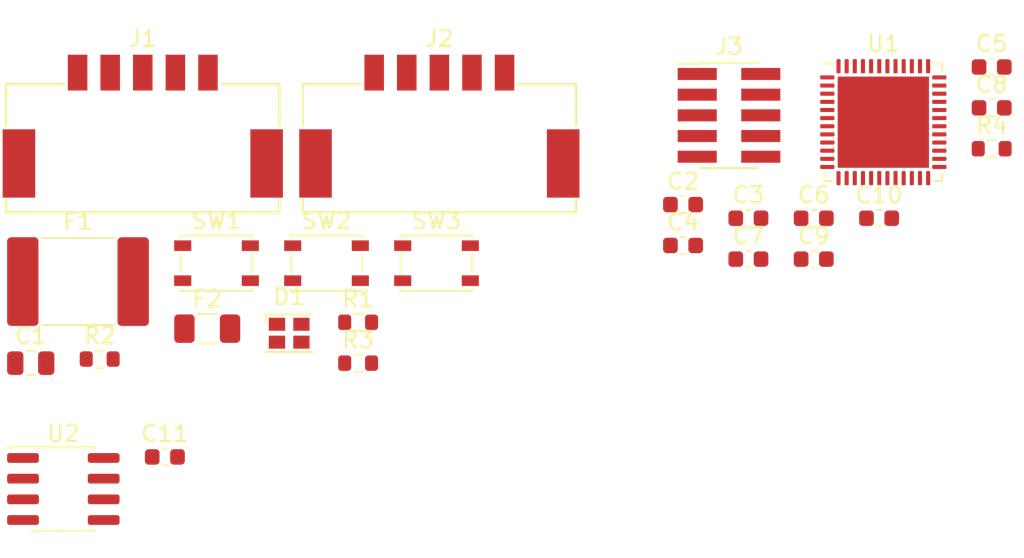
<source format=kicad_pcb>
(kicad_pcb (version 20171130) (host pcbnew "(5.1.10-1-10_14)")

  (general
    (thickness 1.6)
    (drawings 0)
    (tracks 0)
    (zones 0)
    (modules 26)
    (nets 53)
  )

  (page A4)
  (layers
    (0 F.Cu signal)
    (31 B.Cu signal)
    (32 B.Adhes user)
    (33 F.Adhes user)
    (34 B.Paste user)
    (35 F.Paste user)
    (36 B.SilkS user)
    (37 F.SilkS user)
    (38 B.Mask user)
    (39 F.Mask user)
    (40 Dwgs.User user)
    (41 Cmts.User user)
    (42 Eco1.User user)
    (43 Eco2.User user)
    (44 Edge.Cuts user)
    (45 Margin user)
    (46 B.CrtYd user)
    (47 F.CrtYd user)
    (48 B.Fab user)
    (49 F.Fab user)
  )

  (setup
    (last_trace_width 0.1524)
    (trace_clearance 0.1524)
    (zone_clearance 0.508)
    (zone_45_only no)
    (trace_min 0.1524)
    (via_size 0.6096)
    (via_drill 0.3048)
    (via_min_size 0.508)
    (via_min_drill 0.254)
    (uvia_size 0.3048)
    (uvia_drill 0.1016)
    (uvias_allowed no)
    (uvia_min_size 0.2032)
    (uvia_min_drill 0.1016)
    (edge_width 0.05)
    (segment_width 0.2)
    (pcb_text_width 0.3)
    (pcb_text_size 1.5 1.5)
    (mod_edge_width 0.12)
    (mod_text_size 1 1)
    (mod_text_width 0.15)
    (pad_size 1.524 1.524)
    (pad_drill 0.762)
    (pad_to_mask_clearance 0)
    (aux_axis_origin 0 0)
    (visible_elements FFFFFF7F)
    (pcbplotparams
      (layerselection 0x010fc_ffffffff)
      (usegerberextensions false)
      (usegerberattributes true)
      (usegerberadvancedattributes true)
      (creategerberjobfile true)
      (excludeedgelayer true)
      (linewidth 0.100000)
      (plotframeref false)
      (viasonmask false)
      (mode 1)
      (useauxorigin false)
      (hpglpennumber 1)
      (hpglpenspeed 20)
      (hpglpendiameter 15.000000)
      (psnegative false)
      (psa4output false)
      (plotreference true)
      (plotvalue true)
      (plotinvisibletext false)
      (padsonsilk false)
      (subtractmaskfromsilk false)
      (outputformat 1)
      (mirror false)
      (drillshape 1)
      (scaleselection 1)
      (outputdirectory ""))
  )

  (net 0 "")
  (net 1 GND)
  (net 2 +3V3)
  (net 3 /RST)
  (net 4 "Net-(D1-Pad4)")
  (net 5 "Net-(D1-Pad3)")
  (net 6 "Net-(D1-Pad2)")
  (net 7 "Net-(F1-Pad2)")
  (net 8 +12V)
  (net 9 "Net-(F2-Pad2)")
  (net 10 /CAN/CANH)
  (net 11 /CAN/CANL)
  (net 12 "/NOGGIN/PA9(UART_TX)")
  (net 13 "/NOGGIN/PA10(UART_RX)")
  (net 14 "Net-(J3-Pad6)")
  (net 15 /NOGGIN/SWCLK)
  (net 16 /NOGGIN/SWDIO)
  (net 17 /LED_B)
  (net 18 /LED_G)
  (net 19 /LED_R)
  (net 20 "Net-(R4-Pad1)")
  (net 21 /DBG2)
  (net 22 /DBG1)
  (net 23 /NOGGIN/PB9)
  (net 24 /NOGGIN/PB8)
  (net 25 "/NOGGIN/PB7(SDA)")
  (net 26 "/NOGGIN/PB6(SCL)")
  (net 27 /NOGGIN/PB5)
  (net 28 /NOGGIN/PB4)
  (net 29 /NOGGIN/PB3)
  (net 30 /NOGGIN/PA15)
  (net 31 /CAN_TX)
  (net 32 /CAN_RX)
  (net 33 /NOGGIN/PA8)
  (net 34 /NOGGIN/PB15)
  (net 35 /NOGGIN/PB14)
  (net 36 /NOGGIN/PB13)
  (net 37 /NOGGIN/PB12)
  (net 38 /NOGGIN/PB11)
  (net 39 /NOGGIN/PB10)
  (net 40 /NOGGIN/PB2)
  (net 41 /NOGGIN/PB1)
  (net 42 /NOGGIN/PB0)
  (net 43 /NOGGIN/PA7)
  (net 44 /NOGGIN/PA6)
  (net 45 "/NOGGIN/PA5(DAC2)")
  (net 46 "/NOGGIN/PA4(DAC1)")
  (net 47 /NOGGIN/PA3)
  (net 48 /NOGGIN/PA2)
  (net 49 /NOGGIN/PA1)
  (net 50 /NOGGIN/PA0)
  (net 51 "Net-(U2-Pad8)")
  (net 52 "Net-(U2-Pad5)")

  (net_class Default "This is the default net class."
    (clearance 0.1524)
    (trace_width 0.1524)
    (via_dia 0.6096)
    (via_drill 0.3048)
    (uvia_dia 0.3048)
    (uvia_drill 0.1016)
    (diff_pair_width 0.2032)
    (diff_pair_gap 0.254)
    (add_net +12V)
    (add_net +3V3)
    (add_net /CAN/CANH)
    (add_net /CAN/CANL)
    (add_net /CAN_RX)
    (add_net /CAN_TX)
    (add_net /DBG1)
    (add_net /DBG2)
    (add_net /LED_B)
    (add_net /LED_G)
    (add_net /LED_R)
    (add_net /NOGGIN/PA0)
    (add_net /NOGGIN/PA1)
    (add_net "/NOGGIN/PA10(UART_RX)")
    (add_net /NOGGIN/PA15)
    (add_net /NOGGIN/PA2)
    (add_net /NOGGIN/PA3)
    (add_net "/NOGGIN/PA4(DAC1)")
    (add_net "/NOGGIN/PA5(DAC2)")
    (add_net /NOGGIN/PA6)
    (add_net /NOGGIN/PA7)
    (add_net /NOGGIN/PA8)
    (add_net "/NOGGIN/PA9(UART_TX)")
    (add_net /NOGGIN/PB0)
    (add_net /NOGGIN/PB1)
    (add_net /NOGGIN/PB10)
    (add_net /NOGGIN/PB11)
    (add_net /NOGGIN/PB12)
    (add_net /NOGGIN/PB13)
    (add_net /NOGGIN/PB14)
    (add_net /NOGGIN/PB15)
    (add_net /NOGGIN/PB2)
    (add_net /NOGGIN/PB3)
    (add_net /NOGGIN/PB4)
    (add_net /NOGGIN/PB5)
    (add_net "/NOGGIN/PB6(SCL)")
    (add_net "/NOGGIN/PB7(SDA)")
    (add_net /NOGGIN/PB8)
    (add_net /NOGGIN/PB9)
    (add_net /NOGGIN/SWCLK)
    (add_net /NOGGIN/SWDIO)
    (add_net /RST)
    (add_net GND)
    (add_net "Net-(D1-Pad2)")
    (add_net "Net-(D1-Pad3)")
    (add_net "Net-(D1-Pad4)")
    (add_net "Net-(F1-Pad2)")
    (add_net "Net-(F2-Pad2)")
    (add_net "Net-(J3-Pad6)")
    (add_net "Net-(R4-Pad1)")
    (add_net "Net-(U2-Pad5)")
    (add_net "Net-(U2-Pad8)")
  )

  (module Package_SO:SOIC-8_3.9x4.9mm_P1.27mm (layer F.Cu) (tedit 5D9F72B1) (tstamp 619140D6)
    (at 128 114.23)
    (descr "SOIC, 8 Pin (JEDEC MS-012AA, https://www.analog.com/media/en/package-pcb-resources/package/pkg_pdf/soic_narrow-r/r_8.pdf), generated with kicad-footprint-generator ipc_gullwing_generator.py")
    (tags "SOIC SO")
    (path /5FA798F2/61922ECA)
    (attr smd)
    (fp_text reference U2 (at 0 -3.4) (layer F.SilkS)
      (effects (font (size 1 1) (thickness 0.15)))
    )
    (fp_text value TCAN330G (at 0 3.4) (layer F.Fab)
      (effects (font (size 1 1) (thickness 0.15)))
    )
    (fp_text user %R (at 0 0) (layer F.Fab)
      (effects (font (size 0.98 0.98) (thickness 0.15)))
    )
    (fp_line (start 0 2.56) (end 1.95 2.56) (layer F.SilkS) (width 0.12))
    (fp_line (start 0 2.56) (end -1.95 2.56) (layer F.SilkS) (width 0.12))
    (fp_line (start 0 -2.56) (end 1.95 -2.56) (layer F.SilkS) (width 0.12))
    (fp_line (start 0 -2.56) (end -3.45 -2.56) (layer F.SilkS) (width 0.12))
    (fp_line (start -0.975 -2.45) (end 1.95 -2.45) (layer F.Fab) (width 0.1))
    (fp_line (start 1.95 -2.45) (end 1.95 2.45) (layer F.Fab) (width 0.1))
    (fp_line (start 1.95 2.45) (end -1.95 2.45) (layer F.Fab) (width 0.1))
    (fp_line (start -1.95 2.45) (end -1.95 -1.475) (layer F.Fab) (width 0.1))
    (fp_line (start -1.95 -1.475) (end -0.975 -2.45) (layer F.Fab) (width 0.1))
    (fp_line (start -3.7 -2.7) (end -3.7 2.7) (layer F.CrtYd) (width 0.05))
    (fp_line (start -3.7 2.7) (end 3.7 2.7) (layer F.CrtYd) (width 0.05))
    (fp_line (start 3.7 2.7) (end 3.7 -2.7) (layer F.CrtYd) (width 0.05))
    (fp_line (start 3.7 -2.7) (end -3.7 -2.7) (layer F.CrtYd) (width 0.05))
    (pad 8 smd roundrect (at 2.475 -1.905) (size 1.95 0.6) (layers F.Cu F.Paste F.Mask) (roundrect_rratio 0.25)
      (net 51 "Net-(U2-Pad8)"))
    (pad 7 smd roundrect (at 2.475 -0.635) (size 1.95 0.6) (layers F.Cu F.Paste F.Mask) (roundrect_rratio 0.25)
      (net 10 /CAN/CANH))
    (pad 6 smd roundrect (at 2.475 0.635) (size 1.95 0.6) (layers F.Cu F.Paste F.Mask) (roundrect_rratio 0.25)
      (net 11 /CAN/CANL))
    (pad 5 smd roundrect (at 2.475 1.905) (size 1.95 0.6) (layers F.Cu F.Paste F.Mask) (roundrect_rratio 0.25)
      (net 52 "Net-(U2-Pad5)"))
    (pad 4 smd roundrect (at -2.475 1.905) (size 1.95 0.6) (layers F.Cu F.Paste F.Mask) (roundrect_rratio 0.25)
      (net 32 /CAN_RX))
    (pad 3 smd roundrect (at -2.475 0.635) (size 1.95 0.6) (layers F.Cu F.Paste F.Mask) (roundrect_rratio 0.25)
      (net 2 +3V3))
    (pad 2 smd roundrect (at -2.475 -0.635) (size 1.95 0.6) (layers F.Cu F.Paste F.Mask) (roundrect_rratio 0.25)
      (net 1 GND))
    (pad 1 smd roundrect (at -2.475 -1.905) (size 1.95 0.6) (layers F.Cu F.Paste F.Mask) (roundrect_rratio 0.25)
      (net 31 /CAN_TX))
    (model ${KISYS3DMOD}/Package_SO.3dshapes/SOIC-8_3.9x4.9mm_P1.27mm.wrl
      (at (xyz 0 0 0))
      (scale (xyz 1 1 1))
      (rotate (xyz 0 0 0))
    )
  )

  (module Package_DFN_QFN:QFN-48-1EP_7x7mm_P0.5mm_EP5.6x5.6mm (layer F.Cu) (tedit 5DC5F6A5) (tstamp 619140BC)
    (at 178.32 91.7)
    (descr "QFN, 48 Pin (http://www.st.com/resource/en/datasheet/stm32f042k6.pdf#page=94), generated with kicad-footprint-generator ipc_noLead_generator.py")
    (tags "QFN NoLead")
    (path /5FA49801/5F9F368E)
    (attr smd)
    (fp_text reference U1 (at 0 -4.82) (layer F.SilkS)
      (effects (font (size 1 1) (thickness 0.15)))
    )
    (fp_text value STM32F072CBUx (at 0 4.82) (layer F.Fab)
      (effects (font (size 1 1) (thickness 0.15)))
    )
    (fp_text user %R (at 0 0) (layer F.Fab)
      (effects (font (size 1 1) (thickness 0.15)))
    )
    (fp_line (start 3.135 -3.61) (end 3.61 -3.61) (layer F.SilkS) (width 0.12))
    (fp_line (start 3.61 -3.61) (end 3.61 -3.135) (layer F.SilkS) (width 0.12))
    (fp_line (start -3.135 3.61) (end -3.61 3.61) (layer F.SilkS) (width 0.12))
    (fp_line (start -3.61 3.61) (end -3.61 3.135) (layer F.SilkS) (width 0.12))
    (fp_line (start 3.135 3.61) (end 3.61 3.61) (layer F.SilkS) (width 0.12))
    (fp_line (start 3.61 3.61) (end 3.61 3.135) (layer F.SilkS) (width 0.12))
    (fp_line (start -3.135 -3.61) (end -3.61 -3.61) (layer F.SilkS) (width 0.12))
    (fp_line (start -2.5 -3.5) (end 3.5 -3.5) (layer F.Fab) (width 0.1))
    (fp_line (start 3.5 -3.5) (end 3.5 3.5) (layer F.Fab) (width 0.1))
    (fp_line (start 3.5 3.5) (end -3.5 3.5) (layer F.Fab) (width 0.1))
    (fp_line (start -3.5 3.5) (end -3.5 -2.5) (layer F.Fab) (width 0.1))
    (fp_line (start -3.5 -2.5) (end -2.5 -3.5) (layer F.Fab) (width 0.1))
    (fp_line (start -4.12 -4.12) (end -4.12 4.12) (layer F.CrtYd) (width 0.05))
    (fp_line (start -4.12 4.12) (end 4.12 4.12) (layer F.CrtYd) (width 0.05))
    (fp_line (start 4.12 4.12) (end 4.12 -4.12) (layer F.CrtYd) (width 0.05))
    (fp_line (start 4.12 -4.12) (end -4.12 -4.12) (layer F.CrtYd) (width 0.05))
    (pad "" smd roundrect (at 2.1 2.1) (size 1.13 1.13) (layers F.Paste) (roundrect_rratio 0.221239))
    (pad "" smd roundrect (at 2.1 0.7) (size 1.13 1.13) (layers F.Paste) (roundrect_rratio 0.221239))
    (pad "" smd roundrect (at 2.1 -0.7) (size 1.13 1.13) (layers F.Paste) (roundrect_rratio 0.221239))
    (pad "" smd roundrect (at 2.1 -2.1) (size 1.13 1.13) (layers F.Paste) (roundrect_rratio 0.221239))
    (pad "" smd roundrect (at 0.7 2.1) (size 1.13 1.13) (layers F.Paste) (roundrect_rratio 0.221239))
    (pad "" smd roundrect (at 0.7 0.7) (size 1.13 1.13) (layers F.Paste) (roundrect_rratio 0.221239))
    (pad "" smd roundrect (at 0.7 -0.7) (size 1.13 1.13) (layers F.Paste) (roundrect_rratio 0.221239))
    (pad "" smd roundrect (at 0.7 -2.1) (size 1.13 1.13) (layers F.Paste) (roundrect_rratio 0.221239))
    (pad "" smd roundrect (at -0.7 2.1) (size 1.13 1.13) (layers F.Paste) (roundrect_rratio 0.221239))
    (pad "" smd roundrect (at -0.7 0.7) (size 1.13 1.13) (layers F.Paste) (roundrect_rratio 0.221239))
    (pad "" smd roundrect (at -0.7 -0.7) (size 1.13 1.13) (layers F.Paste) (roundrect_rratio 0.221239))
    (pad "" smd roundrect (at -0.7 -2.1) (size 1.13 1.13) (layers F.Paste) (roundrect_rratio 0.221239))
    (pad "" smd roundrect (at -2.1 2.1) (size 1.13 1.13) (layers F.Paste) (roundrect_rratio 0.221239))
    (pad "" smd roundrect (at -2.1 0.7) (size 1.13 1.13) (layers F.Paste) (roundrect_rratio 0.221239))
    (pad "" smd roundrect (at -2.1 -0.7) (size 1.13 1.13) (layers F.Paste) (roundrect_rratio 0.221239))
    (pad "" smd roundrect (at -2.1 -2.1) (size 1.13 1.13) (layers F.Paste) (roundrect_rratio 0.221239))
    (pad 49 smd rect (at 0 0) (size 5.6 5.6) (layers F.Cu F.Mask)
      (net 1 GND))
    (pad 48 smd roundrect (at -2.75 -3.4375) (size 0.25 0.875) (layers F.Cu F.Paste F.Mask) (roundrect_rratio 0.25)
      (net 2 +3V3))
    (pad 47 smd roundrect (at -2.25 -3.4375) (size 0.25 0.875) (layers F.Cu F.Paste F.Mask) (roundrect_rratio 0.25)
      (net 1 GND))
    (pad 46 smd roundrect (at -1.75 -3.4375) (size 0.25 0.875) (layers F.Cu F.Paste F.Mask) (roundrect_rratio 0.25)
      (net 23 /NOGGIN/PB9))
    (pad 45 smd roundrect (at -1.25 -3.4375) (size 0.25 0.875) (layers F.Cu F.Paste F.Mask) (roundrect_rratio 0.25)
      (net 24 /NOGGIN/PB8))
    (pad 44 smd roundrect (at -0.75 -3.4375) (size 0.25 0.875) (layers F.Cu F.Paste F.Mask) (roundrect_rratio 0.25)
      (net 20 "Net-(R4-Pad1)"))
    (pad 43 smd roundrect (at -0.25 -3.4375) (size 0.25 0.875) (layers F.Cu F.Paste F.Mask) (roundrect_rratio 0.25)
      (net 25 "/NOGGIN/PB7(SDA)"))
    (pad 42 smd roundrect (at 0.25 -3.4375) (size 0.25 0.875) (layers F.Cu F.Paste F.Mask) (roundrect_rratio 0.25)
      (net 26 "/NOGGIN/PB6(SCL)"))
    (pad 41 smd roundrect (at 0.75 -3.4375) (size 0.25 0.875) (layers F.Cu F.Paste F.Mask) (roundrect_rratio 0.25)
      (net 27 /NOGGIN/PB5))
    (pad 40 smd roundrect (at 1.25 -3.4375) (size 0.25 0.875) (layers F.Cu F.Paste F.Mask) (roundrect_rratio 0.25)
      (net 28 /NOGGIN/PB4))
    (pad 39 smd roundrect (at 1.75 -3.4375) (size 0.25 0.875) (layers F.Cu F.Paste F.Mask) (roundrect_rratio 0.25)
      (net 29 /NOGGIN/PB3))
    (pad 38 smd roundrect (at 2.25 -3.4375) (size 0.25 0.875) (layers F.Cu F.Paste F.Mask) (roundrect_rratio 0.25)
      (net 30 /NOGGIN/PA15))
    (pad 37 smd roundrect (at 2.75 -3.4375) (size 0.25 0.875) (layers F.Cu F.Paste F.Mask) (roundrect_rratio 0.25)
      (net 15 /NOGGIN/SWCLK))
    (pad 36 smd roundrect (at 3.4375 -2.75) (size 0.875 0.25) (layers F.Cu F.Paste F.Mask) (roundrect_rratio 0.25)
      (net 2 +3V3))
    (pad 35 smd roundrect (at 3.4375 -2.25) (size 0.875 0.25) (layers F.Cu F.Paste F.Mask) (roundrect_rratio 0.25)
      (net 1 GND))
    (pad 34 smd roundrect (at 3.4375 -1.75) (size 0.875 0.25) (layers F.Cu F.Paste F.Mask) (roundrect_rratio 0.25)
      (net 16 /NOGGIN/SWDIO))
    (pad 33 smd roundrect (at 3.4375 -1.25) (size 0.875 0.25) (layers F.Cu F.Paste F.Mask) (roundrect_rratio 0.25)
      (net 31 /CAN_TX))
    (pad 32 smd roundrect (at 3.4375 -0.75) (size 0.875 0.25) (layers F.Cu F.Paste F.Mask) (roundrect_rratio 0.25)
      (net 32 /CAN_RX))
    (pad 31 smd roundrect (at 3.4375 -0.25) (size 0.875 0.25) (layers F.Cu F.Paste F.Mask) (roundrect_rratio 0.25)
      (net 13 "/NOGGIN/PA10(UART_RX)"))
    (pad 30 smd roundrect (at 3.4375 0.25) (size 0.875 0.25) (layers F.Cu F.Paste F.Mask) (roundrect_rratio 0.25)
      (net 12 "/NOGGIN/PA9(UART_TX)"))
    (pad 29 smd roundrect (at 3.4375 0.75) (size 0.875 0.25) (layers F.Cu F.Paste F.Mask) (roundrect_rratio 0.25)
      (net 33 /NOGGIN/PA8))
    (pad 28 smd roundrect (at 3.4375 1.25) (size 0.875 0.25) (layers F.Cu F.Paste F.Mask) (roundrect_rratio 0.25)
      (net 34 /NOGGIN/PB15))
    (pad 27 smd roundrect (at 3.4375 1.75) (size 0.875 0.25) (layers F.Cu F.Paste F.Mask) (roundrect_rratio 0.25)
      (net 35 /NOGGIN/PB14))
    (pad 26 smd roundrect (at 3.4375 2.25) (size 0.875 0.25) (layers F.Cu F.Paste F.Mask) (roundrect_rratio 0.25)
      (net 36 /NOGGIN/PB13))
    (pad 25 smd roundrect (at 3.4375 2.75) (size 0.875 0.25) (layers F.Cu F.Paste F.Mask) (roundrect_rratio 0.25)
      (net 37 /NOGGIN/PB12))
    (pad 24 smd roundrect (at 2.75 3.4375) (size 0.25 0.875) (layers F.Cu F.Paste F.Mask) (roundrect_rratio 0.25)
      (net 2 +3V3))
    (pad 23 smd roundrect (at 2.25 3.4375) (size 0.25 0.875) (layers F.Cu F.Paste F.Mask) (roundrect_rratio 0.25)
      (net 1 GND))
    (pad 22 smd roundrect (at 1.75 3.4375) (size 0.25 0.875) (layers F.Cu F.Paste F.Mask) (roundrect_rratio 0.25)
      (net 38 /NOGGIN/PB11))
    (pad 21 smd roundrect (at 1.25 3.4375) (size 0.25 0.875) (layers F.Cu F.Paste F.Mask) (roundrect_rratio 0.25)
      (net 39 /NOGGIN/PB10))
    (pad 20 smd roundrect (at 0.75 3.4375) (size 0.25 0.875) (layers F.Cu F.Paste F.Mask) (roundrect_rratio 0.25)
      (net 40 /NOGGIN/PB2))
    (pad 19 smd roundrect (at 0.25 3.4375) (size 0.25 0.875) (layers F.Cu F.Paste F.Mask) (roundrect_rratio 0.25)
      (net 41 /NOGGIN/PB1))
    (pad 18 smd roundrect (at -0.25 3.4375) (size 0.25 0.875) (layers F.Cu F.Paste F.Mask) (roundrect_rratio 0.25)
      (net 42 /NOGGIN/PB0))
    (pad 17 smd roundrect (at -0.75 3.4375) (size 0.25 0.875) (layers F.Cu F.Paste F.Mask) (roundrect_rratio 0.25)
      (net 43 /NOGGIN/PA7))
    (pad 16 smd roundrect (at -1.25 3.4375) (size 0.25 0.875) (layers F.Cu F.Paste F.Mask) (roundrect_rratio 0.25)
      (net 44 /NOGGIN/PA6))
    (pad 15 smd roundrect (at -1.75 3.4375) (size 0.25 0.875) (layers F.Cu F.Paste F.Mask) (roundrect_rratio 0.25)
      (net 45 "/NOGGIN/PA5(DAC2)"))
    (pad 14 smd roundrect (at -2.25 3.4375) (size 0.25 0.875) (layers F.Cu F.Paste F.Mask) (roundrect_rratio 0.25)
      (net 46 "/NOGGIN/PA4(DAC1)"))
    (pad 13 smd roundrect (at -2.75 3.4375) (size 0.25 0.875) (layers F.Cu F.Paste F.Mask) (roundrect_rratio 0.25)
      (net 47 /NOGGIN/PA3))
    (pad 12 smd roundrect (at -3.4375 2.75) (size 0.875 0.25) (layers F.Cu F.Paste F.Mask) (roundrect_rratio 0.25)
      (net 48 /NOGGIN/PA2))
    (pad 11 smd roundrect (at -3.4375 2.25) (size 0.875 0.25) (layers F.Cu F.Paste F.Mask) (roundrect_rratio 0.25)
      (net 49 /NOGGIN/PA1))
    (pad 10 smd roundrect (at -3.4375 1.75) (size 0.875 0.25) (layers F.Cu F.Paste F.Mask) (roundrect_rratio 0.25)
      (net 50 /NOGGIN/PA0))
    (pad 9 smd roundrect (at -3.4375 1.25) (size 0.875 0.25) (layers F.Cu F.Paste F.Mask) (roundrect_rratio 0.25)
      (net 2 +3V3))
    (pad 8 smd roundrect (at -3.4375 0.75) (size 0.875 0.25) (layers F.Cu F.Paste F.Mask) (roundrect_rratio 0.25)
      (net 1 GND))
    (pad 7 smd roundrect (at -3.4375 0.25) (size 0.875 0.25) (layers F.Cu F.Paste F.Mask) (roundrect_rratio 0.25)
      (net 3 /RST))
    (pad 6 smd roundrect (at -3.4375 -0.25) (size 0.875 0.25) (layers F.Cu F.Paste F.Mask) (roundrect_rratio 0.25)
      (net 21 /DBG2))
    (pad 5 smd roundrect (at -3.4375 -0.75) (size 0.875 0.25) (layers F.Cu F.Paste F.Mask) (roundrect_rratio 0.25)
      (net 22 /DBG1))
    (pad 4 smd roundrect (at -3.4375 -1.25) (size 0.875 0.25) (layers F.Cu F.Paste F.Mask) (roundrect_rratio 0.25)
      (net 17 /LED_B))
    (pad 3 smd roundrect (at -3.4375 -1.75) (size 0.875 0.25) (layers F.Cu F.Paste F.Mask) (roundrect_rratio 0.25)
      (net 18 /LED_G))
    (pad 2 smd roundrect (at -3.4375 -2.25) (size 0.875 0.25) (layers F.Cu F.Paste F.Mask) (roundrect_rratio 0.25)
      (net 19 /LED_R))
    (pad 1 smd roundrect (at -3.4375 -2.75) (size 0.875 0.25) (layers F.Cu F.Paste F.Mask) (roundrect_rratio 0.25)
      (net 2 +3V3))
    (model ${KISYS3DMOD}/Package_DFN_QFN.3dshapes/QFN-48-1EP_7x7mm_P0.5mm_EP5.6x5.6mm.wrl
      (at (xyz 0 0 0))
      (scale (xyz 1 1 1))
      (rotate (xyz 0 0 0))
    )
  )

  (module Button_Switch_SMD:SW_SPST_PTS810 (layer F.Cu) (tedit 5B0610A8) (tstamp 61914066)
    (at 150.9 100.36)
    (descr "C&K Components, PTS 810 Series, Microminiature SMT Top Actuated, http://www.ckswitches.com/media/1476/pts810.pdf")
    (tags "SPST Button Switch")
    (path /5FA53F43)
    (attr smd)
    (fp_text reference SW3 (at 0 -2.6) (layer F.SilkS)
      (effects (font (size 1 1) (thickness 0.15)))
    )
    (fp_text value RST (at 0 2.6) (layer F.Fab)
      (effects (font (size 1 1) (thickness 0.15)))
    )
    (fp_arc (start 0.4 0) (end 0.4 -1.1) (angle 180) (layer F.Fab) (width 0.1))
    (fp_arc (start -0.4 0) (end -0.4 1.1) (angle 180) (layer F.Fab) (width 0.1))
    (fp_text user %R (at 0 0) (layer F.Fab)
      (effects (font (size 0.6 0.6) (thickness 0.09)))
    )
    (fp_line (start -2.85 -1.85) (end 2.85 -1.85) (layer F.CrtYd) (width 0.05))
    (fp_line (start -2.85 1.85) (end -2.85 -1.85) (layer F.CrtYd) (width 0.05))
    (fp_line (start 2.85 1.85) (end -2.85 1.85) (layer F.CrtYd) (width 0.05))
    (fp_line (start 2.85 -1.85) (end 2.85 1.85) (layer F.CrtYd) (width 0.05))
    (fp_line (start 2.2 -1.58) (end 2.2 -1.7) (layer F.SilkS) (width 0.12))
    (fp_line (start 2.2 0.57) (end 2.2 -0.57) (layer F.SilkS) (width 0.12))
    (fp_line (start 2.2 1.7) (end 2.2 1.58) (layer F.SilkS) (width 0.12))
    (fp_line (start -2.2 1.7) (end 2.2 1.7) (layer F.SilkS) (width 0.12))
    (fp_line (start -2.2 1.58) (end -2.2 1.7) (layer F.SilkS) (width 0.12))
    (fp_line (start -2.2 -0.57) (end -2.2 0.57) (layer F.SilkS) (width 0.12))
    (fp_line (start -2.2 -1.7) (end -2.2 -1.58) (layer F.SilkS) (width 0.12))
    (fp_line (start 2.2 -1.7) (end -2.2 -1.7) (layer F.SilkS) (width 0.12))
    (fp_line (start 0.4 1.1) (end -0.4 1.1) (layer F.Fab) (width 0.1))
    (fp_line (start -0.4 -1.1) (end 0.4 -1.1) (layer F.Fab) (width 0.1))
    (fp_line (start -2.1 1.6) (end 2.1 1.6) (layer F.Fab) (width 0.1))
    (fp_line (start -2.1 -1.6) (end -2.1 1.6) (layer F.Fab) (width 0.1))
    (fp_line (start 2.1 -1.6) (end -2.1 -1.6) (layer F.Fab) (width 0.1))
    (fp_line (start 2.1 1.6) (end 2.1 -1.6) (layer F.Fab) (width 0.1))
    (pad 2 smd rect (at 2.075 1.075) (size 1.05 0.65) (layers F.Cu F.Paste F.Mask)
      (net 1 GND))
    (pad 2 smd rect (at -2.075 1.075) (size 1.05 0.65) (layers F.Cu F.Paste F.Mask)
      (net 1 GND))
    (pad 1 smd rect (at 2.075 -1.075) (size 1.05 0.65) (layers F.Cu F.Paste F.Mask)
      (net 3 /RST))
    (pad 1 smd rect (at -2.075 -1.075) (size 1.05 0.65) (layers F.Cu F.Paste F.Mask)
      (net 3 /RST))
    (model ${KISYS3DMOD}/Button_Switch_SMD.3dshapes/SW_SPST_PTS810.wrl
      (at (xyz 0 0 0))
      (scale (xyz 1 1 1))
      (rotate (xyz 0 0 0))
    )
  )

  (module Button_Switch_SMD:SW_SPST_PTS810 (layer F.Cu) (tedit 5B0610A8) (tstamp 61914049)
    (at 144.15 100.36)
    (descr "C&K Components, PTS 810 Series, Microminiature SMT Top Actuated, http://www.ckswitches.com/media/1476/pts810.pdf")
    (tags "SPST Button Switch")
    (path /5E664DDC)
    (attr smd)
    (fp_text reference SW2 (at 0 -2.6) (layer F.SilkS)
      (effects (font (size 1 1) (thickness 0.15)))
    )
    (fp_text value DBG1 (at 0 2.6) (layer F.Fab)
      (effects (font (size 1 1) (thickness 0.15)))
    )
    (fp_arc (start 0.4 0) (end 0.4 -1.1) (angle 180) (layer F.Fab) (width 0.1))
    (fp_arc (start -0.4 0) (end -0.4 1.1) (angle 180) (layer F.Fab) (width 0.1))
    (fp_text user %R (at 0 0) (layer F.Fab)
      (effects (font (size 0.6 0.6) (thickness 0.09)))
    )
    (fp_line (start -2.85 -1.85) (end 2.85 -1.85) (layer F.CrtYd) (width 0.05))
    (fp_line (start -2.85 1.85) (end -2.85 -1.85) (layer F.CrtYd) (width 0.05))
    (fp_line (start 2.85 1.85) (end -2.85 1.85) (layer F.CrtYd) (width 0.05))
    (fp_line (start 2.85 -1.85) (end 2.85 1.85) (layer F.CrtYd) (width 0.05))
    (fp_line (start 2.2 -1.58) (end 2.2 -1.7) (layer F.SilkS) (width 0.12))
    (fp_line (start 2.2 0.57) (end 2.2 -0.57) (layer F.SilkS) (width 0.12))
    (fp_line (start 2.2 1.7) (end 2.2 1.58) (layer F.SilkS) (width 0.12))
    (fp_line (start -2.2 1.7) (end 2.2 1.7) (layer F.SilkS) (width 0.12))
    (fp_line (start -2.2 1.58) (end -2.2 1.7) (layer F.SilkS) (width 0.12))
    (fp_line (start -2.2 -0.57) (end -2.2 0.57) (layer F.SilkS) (width 0.12))
    (fp_line (start -2.2 -1.7) (end -2.2 -1.58) (layer F.SilkS) (width 0.12))
    (fp_line (start 2.2 -1.7) (end -2.2 -1.7) (layer F.SilkS) (width 0.12))
    (fp_line (start 0.4 1.1) (end -0.4 1.1) (layer F.Fab) (width 0.1))
    (fp_line (start -0.4 -1.1) (end 0.4 -1.1) (layer F.Fab) (width 0.1))
    (fp_line (start -2.1 1.6) (end 2.1 1.6) (layer F.Fab) (width 0.1))
    (fp_line (start -2.1 -1.6) (end -2.1 1.6) (layer F.Fab) (width 0.1))
    (fp_line (start 2.1 -1.6) (end -2.1 -1.6) (layer F.Fab) (width 0.1))
    (fp_line (start 2.1 1.6) (end 2.1 -1.6) (layer F.Fab) (width 0.1))
    (pad 2 smd rect (at 2.075 1.075) (size 1.05 0.65) (layers F.Cu F.Paste F.Mask)
      (net 1 GND))
    (pad 2 smd rect (at -2.075 1.075) (size 1.05 0.65) (layers F.Cu F.Paste F.Mask)
      (net 1 GND))
    (pad 1 smd rect (at 2.075 -1.075) (size 1.05 0.65) (layers F.Cu F.Paste F.Mask)
      (net 22 /DBG1))
    (pad 1 smd rect (at -2.075 -1.075) (size 1.05 0.65) (layers F.Cu F.Paste F.Mask)
      (net 22 /DBG1))
    (model ${KISYS3DMOD}/Button_Switch_SMD.3dshapes/SW_SPST_PTS810.wrl
      (at (xyz 0 0 0))
      (scale (xyz 1 1 1))
      (rotate (xyz 0 0 0))
    )
  )

  (module Button_Switch_SMD:SW_SPST_PTS810 (layer F.Cu) (tedit 5B0610A8) (tstamp 6191402C)
    (at 137.4 100.36)
    (descr "C&K Components, PTS 810 Series, Microminiature SMT Top Actuated, http://www.ckswitches.com/media/1476/pts810.pdf")
    (tags "SPST Button Switch")
    (path /5E62FB71)
    (attr smd)
    (fp_text reference SW1 (at 0 -2.6) (layer F.SilkS)
      (effects (font (size 1 1) (thickness 0.15)))
    )
    (fp_text value DBG2 (at 0 2.6) (layer F.Fab)
      (effects (font (size 1 1) (thickness 0.15)))
    )
    (fp_arc (start 0.4 0) (end 0.4 -1.1) (angle 180) (layer F.Fab) (width 0.1))
    (fp_arc (start -0.4 0) (end -0.4 1.1) (angle 180) (layer F.Fab) (width 0.1))
    (fp_text user %R (at 0 0) (layer F.Fab)
      (effects (font (size 0.6 0.6) (thickness 0.09)))
    )
    (fp_line (start -2.85 -1.85) (end 2.85 -1.85) (layer F.CrtYd) (width 0.05))
    (fp_line (start -2.85 1.85) (end -2.85 -1.85) (layer F.CrtYd) (width 0.05))
    (fp_line (start 2.85 1.85) (end -2.85 1.85) (layer F.CrtYd) (width 0.05))
    (fp_line (start 2.85 -1.85) (end 2.85 1.85) (layer F.CrtYd) (width 0.05))
    (fp_line (start 2.2 -1.58) (end 2.2 -1.7) (layer F.SilkS) (width 0.12))
    (fp_line (start 2.2 0.57) (end 2.2 -0.57) (layer F.SilkS) (width 0.12))
    (fp_line (start 2.2 1.7) (end 2.2 1.58) (layer F.SilkS) (width 0.12))
    (fp_line (start -2.2 1.7) (end 2.2 1.7) (layer F.SilkS) (width 0.12))
    (fp_line (start -2.2 1.58) (end -2.2 1.7) (layer F.SilkS) (width 0.12))
    (fp_line (start -2.2 -0.57) (end -2.2 0.57) (layer F.SilkS) (width 0.12))
    (fp_line (start -2.2 -1.7) (end -2.2 -1.58) (layer F.SilkS) (width 0.12))
    (fp_line (start 2.2 -1.7) (end -2.2 -1.7) (layer F.SilkS) (width 0.12))
    (fp_line (start 0.4 1.1) (end -0.4 1.1) (layer F.Fab) (width 0.1))
    (fp_line (start -0.4 -1.1) (end 0.4 -1.1) (layer F.Fab) (width 0.1))
    (fp_line (start -2.1 1.6) (end 2.1 1.6) (layer F.Fab) (width 0.1))
    (fp_line (start -2.1 -1.6) (end -2.1 1.6) (layer F.Fab) (width 0.1))
    (fp_line (start 2.1 -1.6) (end -2.1 -1.6) (layer F.Fab) (width 0.1))
    (fp_line (start 2.1 1.6) (end 2.1 -1.6) (layer F.Fab) (width 0.1))
    (pad 2 smd rect (at 2.075 1.075) (size 1.05 0.65) (layers F.Cu F.Paste F.Mask)
      (net 1 GND))
    (pad 2 smd rect (at -2.075 1.075) (size 1.05 0.65) (layers F.Cu F.Paste F.Mask)
      (net 1 GND))
    (pad 1 smd rect (at 2.075 -1.075) (size 1.05 0.65) (layers F.Cu F.Paste F.Mask)
      (net 21 /DBG2))
    (pad 1 smd rect (at -2.075 -1.075) (size 1.05 0.65) (layers F.Cu F.Paste F.Mask)
      (net 21 /DBG2))
    (model ${KISYS3DMOD}/Button_Switch_SMD.3dshapes/SW_SPST_PTS810.wrl
      (at (xyz 0 0 0))
      (scale (xyz 1 1 1))
      (rotate (xyz 0 0 0))
    )
  )

  (module Resistor_SMD:R_0603_1608Metric (layer F.Cu) (tedit 5F68FEEE) (tstamp 6191400F)
    (at 184.97 93.33)
    (descr "Resistor SMD 0603 (1608 Metric), square (rectangular) end terminal, IPC_7351 nominal, (Body size source: IPC-SM-782 page 72, https://www.pcb-3d.com/wordpress/wp-content/uploads/ipc-sm-782a_amendment_1_and_2.pdf), generated with kicad-footprint-generator")
    (tags resistor)
    (path /5FA49801/5E632149)
    (attr smd)
    (fp_text reference R4 (at 0 -1.43) (layer F.SilkS)
      (effects (font (size 1 1) (thickness 0.15)))
    )
    (fp_text value 100k (at 0 1.43) (layer F.Fab)
      (effects (font (size 1 1) (thickness 0.15)))
    )
    (fp_text user %R (at 0 0) (layer F.Fab)
      (effects (font (size 0.4 0.4) (thickness 0.06)))
    )
    (fp_line (start -0.8 0.4125) (end -0.8 -0.4125) (layer F.Fab) (width 0.1))
    (fp_line (start -0.8 -0.4125) (end 0.8 -0.4125) (layer F.Fab) (width 0.1))
    (fp_line (start 0.8 -0.4125) (end 0.8 0.4125) (layer F.Fab) (width 0.1))
    (fp_line (start 0.8 0.4125) (end -0.8 0.4125) (layer F.Fab) (width 0.1))
    (fp_line (start -0.237258 -0.5225) (end 0.237258 -0.5225) (layer F.SilkS) (width 0.12))
    (fp_line (start -0.237258 0.5225) (end 0.237258 0.5225) (layer F.SilkS) (width 0.12))
    (fp_line (start -1.48 0.73) (end -1.48 -0.73) (layer F.CrtYd) (width 0.05))
    (fp_line (start -1.48 -0.73) (end 1.48 -0.73) (layer F.CrtYd) (width 0.05))
    (fp_line (start 1.48 -0.73) (end 1.48 0.73) (layer F.CrtYd) (width 0.05))
    (fp_line (start 1.48 0.73) (end -1.48 0.73) (layer F.CrtYd) (width 0.05))
    (pad 2 smd roundrect (at 0.825 0) (size 0.8 0.95) (layers F.Cu F.Paste F.Mask) (roundrect_rratio 0.25)
      (net 1 GND))
    (pad 1 smd roundrect (at -0.825 0) (size 0.8 0.95) (layers F.Cu F.Paste F.Mask) (roundrect_rratio 0.25)
      (net 20 "Net-(R4-Pad1)"))
    (model ${KISYS3DMOD}/Resistor_SMD.3dshapes/R_0603_1608Metric.wrl
      (at (xyz 0 0 0))
      (scale (xyz 1 1 1))
      (rotate (xyz 0 0 0))
    )
  )

  (module Resistor_SMD:R_0603_1608Metric (layer F.Cu) (tedit 5F68FEEE) (tstamp 61913FFE)
    (at 146.09 106.5)
    (descr "Resistor SMD 0603 (1608 Metric), square (rectangular) end terminal, IPC_7351 nominal, (Body size source: IPC-SM-782 page 72, https://www.pcb-3d.com/wordpress/wp-content/uploads/ipc-sm-782a_amendment_1_and_2.pdf), generated with kicad-footprint-generator")
    (tags resistor)
    (path /5E638298)
    (attr smd)
    (fp_text reference R3 (at 0 -1.43) (layer F.SilkS)
      (effects (font (size 1 1) (thickness 0.15)))
    )
    (fp_text value 47 (at 0 1.43) (layer F.Fab)
      (effects (font (size 1 1) (thickness 0.15)))
    )
    (fp_text user %R (at 0 0) (layer F.Fab)
      (effects (font (size 0.4 0.4) (thickness 0.06)))
    )
    (fp_line (start -0.8 0.4125) (end -0.8 -0.4125) (layer F.Fab) (width 0.1))
    (fp_line (start -0.8 -0.4125) (end 0.8 -0.4125) (layer F.Fab) (width 0.1))
    (fp_line (start 0.8 -0.4125) (end 0.8 0.4125) (layer F.Fab) (width 0.1))
    (fp_line (start 0.8 0.4125) (end -0.8 0.4125) (layer F.Fab) (width 0.1))
    (fp_line (start -0.237258 -0.5225) (end 0.237258 -0.5225) (layer F.SilkS) (width 0.12))
    (fp_line (start -0.237258 0.5225) (end 0.237258 0.5225) (layer F.SilkS) (width 0.12))
    (fp_line (start -1.48 0.73) (end -1.48 -0.73) (layer F.CrtYd) (width 0.05))
    (fp_line (start -1.48 -0.73) (end 1.48 -0.73) (layer F.CrtYd) (width 0.05))
    (fp_line (start 1.48 -0.73) (end 1.48 0.73) (layer F.CrtYd) (width 0.05))
    (fp_line (start 1.48 0.73) (end -1.48 0.73) (layer F.CrtYd) (width 0.05))
    (pad 2 smd roundrect (at 0.825 0) (size 0.8 0.95) (layers F.Cu F.Paste F.Mask) (roundrect_rratio 0.25)
      (net 6 "Net-(D1-Pad2)"))
    (pad 1 smd roundrect (at -0.825 0) (size 0.8 0.95) (layers F.Cu F.Paste F.Mask) (roundrect_rratio 0.25)
      (net 19 /LED_R))
    (model ${KISYS3DMOD}/Resistor_SMD.3dshapes/R_0603_1608Metric.wrl
      (at (xyz 0 0 0))
      (scale (xyz 1 1 1))
      (rotate (xyz 0 0 0))
    )
  )

  (module Resistor_SMD:R_0603_1608Metric (layer F.Cu) (tedit 5F68FEEE) (tstamp 61913FED)
    (at 130.23 106.25)
    (descr "Resistor SMD 0603 (1608 Metric), square (rectangular) end terminal, IPC_7351 nominal, (Body size source: IPC-SM-782 page 72, https://www.pcb-3d.com/wordpress/wp-content/uploads/ipc-sm-782a_amendment_1_and_2.pdf), generated with kicad-footprint-generator")
    (tags resistor)
    (path /5E637FDD)
    (attr smd)
    (fp_text reference R2 (at 0 -1.43) (layer F.SilkS)
      (effects (font (size 1 1) (thickness 0.15)))
    )
    (fp_text value 47 (at 0 1.43) (layer F.Fab)
      (effects (font (size 1 1) (thickness 0.15)))
    )
    (fp_text user %R (at 0 0) (layer F.Fab)
      (effects (font (size 0.4 0.4) (thickness 0.06)))
    )
    (fp_line (start -0.8 0.4125) (end -0.8 -0.4125) (layer F.Fab) (width 0.1))
    (fp_line (start -0.8 -0.4125) (end 0.8 -0.4125) (layer F.Fab) (width 0.1))
    (fp_line (start 0.8 -0.4125) (end 0.8 0.4125) (layer F.Fab) (width 0.1))
    (fp_line (start 0.8 0.4125) (end -0.8 0.4125) (layer F.Fab) (width 0.1))
    (fp_line (start -0.237258 -0.5225) (end 0.237258 -0.5225) (layer F.SilkS) (width 0.12))
    (fp_line (start -0.237258 0.5225) (end 0.237258 0.5225) (layer F.SilkS) (width 0.12))
    (fp_line (start -1.48 0.73) (end -1.48 -0.73) (layer F.CrtYd) (width 0.05))
    (fp_line (start -1.48 -0.73) (end 1.48 -0.73) (layer F.CrtYd) (width 0.05))
    (fp_line (start 1.48 -0.73) (end 1.48 0.73) (layer F.CrtYd) (width 0.05))
    (fp_line (start 1.48 0.73) (end -1.48 0.73) (layer F.CrtYd) (width 0.05))
    (pad 2 smd roundrect (at 0.825 0) (size 0.8 0.95) (layers F.Cu F.Paste F.Mask) (roundrect_rratio 0.25)
      (net 5 "Net-(D1-Pad3)"))
    (pad 1 smd roundrect (at -0.825 0) (size 0.8 0.95) (layers F.Cu F.Paste F.Mask) (roundrect_rratio 0.25)
      (net 18 /LED_G))
    (model ${KISYS3DMOD}/Resistor_SMD.3dshapes/R_0603_1608Metric.wrl
      (at (xyz 0 0 0))
      (scale (xyz 1 1 1))
      (rotate (xyz 0 0 0))
    )
  )

  (module Resistor_SMD:R_0603_1608Metric (layer F.Cu) (tedit 5F68FEEE) (tstamp 61913FDC)
    (at 146.09 103.99)
    (descr "Resistor SMD 0603 (1608 Metric), square (rectangular) end terminal, IPC_7351 nominal, (Body size source: IPC-SM-782 page 72, https://www.pcb-3d.com/wordpress/wp-content/uploads/ipc-sm-782a_amendment_1_and_2.pdf), generated with kicad-footprint-generator")
    (tags resistor)
    (path /5E636DC7)
    (attr smd)
    (fp_text reference R1 (at 0 -1.43) (layer F.SilkS)
      (effects (font (size 1 1) (thickness 0.15)))
    )
    (fp_text value 47 (at 0 1.43) (layer F.Fab)
      (effects (font (size 1 1) (thickness 0.15)))
    )
    (fp_text user %R (at 0 0) (layer F.Fab)
      (effects (font (size 0.4 0.4) (thickness 0.06)))
    )
    (fp_line (start -0.8 0.4125) (end -0.8 -0.4125) (layer F.Fab) (width 0.1))
    (fp_line (start -0.8 -0.4125) (end 0.8 -0.4125) (layer F.Fab) (width 0.1))
    (fp_line (start 0.8 -0.4125) (end 0.8 0.4125) (layer F.Fab) (width 0.1))
    (fp_line (start 0.8 0.4125) (end -0.8 0.4125) (layer F.Fab) (width 0.1))
    (fp_line (start -0.237258 -0.5225) (end 0.237258 -0.5225) (layer F.SilkS) (width 0.12))
    (fp_line (start -0.237258 0.5225) (end 0.237258 0.5225) (layer F.SilkS) (width 0.12))
    (fp_line (start -1.48 0.73) (end -1.48 -0.73) (layer F.CrtYd) (width 0.05))
    (fp_line (start -1.48 -0.73) (end 1.48 -0.73) (layer F.CrtYd) (width 0.05))
    (fp_line (start 1.48 -0.73) (end 1.48 0.73) (layer F.CrtYd) (width 0.05))
    (fp_line (start 1.48 0.73) (end -1.48 0.73) (layer F.CrtYd) (width 0.05))
    (pad 2 smd roundrect (at 0.825 0) (size 0.8 0.95) (layers F.Cu F.Paste F.Mask) (roundrect_rratio 0.25)
      (net 4 "Net-(D1-Pad4)"))
    (pad 1 smd roundrect (at -0.825 0) (size 0.8 0.95) (layers F.Cu F.Paste F.Mask) (roundrect_rratio 0.25)
      (net 17 /LED_B))
    (model ${KISYS3DMOD}/Resistor_SMD.3dshapes/R_0603_1608Metric.wrl
      (at (xyz 0 0 0))
      (scale (xyz 1 1 1))
      (rotate (xyz 0 0 0))
    )
  )

  (module Connector_PinHeader_1.27mm:PinHeader_2x05_P1.27mm_Vertical_SMD (layer F.Cu) (tedit 59FED6E3) (tstamp 61913FCB)
    (at 168.85 91.28)
    (descr "surface-mounted straight pin header, 2x05, 1.27mm pitch, double rows")
    (tags "Surface mounted pin header SMD 2x05 1.27mm double row")
    (path /5FA49801/5E8308C2)
    (attr smd)
    (fp_text reference J3 (at 0 -4.235) (layer F.SilkS)
      (effects (font (size 1 1) (thickness 0.15)))
    )
    (fp_text value SWD_UART (at 0 4.235) (layer F.Fab)
      (effects (font (size 1 1) (thickness 0.15)))
    )
    (fp_text user %R (at 0 0 90) (layer F.Fab)
      (effects (font (size 1 1) (thickness 0.15)))
    )
    (fp_line (start 1.705 3.175) (end -1.705 3.175) (layer F.Fab) (width 0.1))
    (fp_line (start -1.27 -3.175) (end 1.705 -3.175) (layer F.Fab) (width 0.1))
    (fp_line (start -1.705 3.175) (end -1.705 -2.74) (layer F.Fab) (width 0.1))
    (fp_line (start -1.705 -2.74) (end -1.27 -3.175) (layer F.Fab) (width 0.1))
    (fp_line (start 1.705 -3.175) (end 1.705 3.175) (layer F.Fab) (width 0.1))
    (fp_line (start -1.705 -2.74) (end -2.75 -2.74) (layer F.Fab) (width 0.1))
    (fp_line (start -2.75 -2.74) (end -2.75 -2.34) (layer F.Fab) (width 0.1))
    (fp_line (start -2.75 -2.34) (end -1.705 -2.34) (layer F.Fab) (width 0.1))
    (fp_line (start 1.705 -2.74) (end 2.75 -2.74) (layer F.Fab) (width 0.1))
    (fp_line (start 2.75 -2.74) (end 2.75 -2.34) (layer F.Fab) (width 0.1))
    (fp_line (start 2.75 -2.34) (end 1.705 -2.34) (layer F.Fab) (width 0.1))
    (fp_line (start -1.705 -1.47) (end -2.75 -1.47) (layer F.Fab) (width 0.1))
    (fp_line (start -2.75 -1.47) (end -2.75 -1.07) (layer F.Fab) (width 0.1))
    (fp_line (start -2.75 -1.07) (end -1.705 -1.07) (layer F.Fab) (width 0.1))
    (fp_line (start 1.705 -1.47) (end 2.75 -1.47) (layer F.Fab) (width 0.1))
    (fp_line (start 2.75 -1.47) (end 2.75 -1.07) (layer F.Fab) (width 0.1))
    (fp_line (start 2.75 -1.07) (end 1.705 -1.07) (layer F.Fab) (width 0.1))
    (fp_line (start -1.705 -0.2) (end -2.75 -0.2) (layer F.Fab) (width 0.1))
    (fp_line (start -2.75 -0.2) (end -2.75 0.2) (layer F.Fab) (width 0.1))
    (fp_line (start -2.75 0.2) (end -1.705 0.2) (layer F.Fab) (width 0.1))
    (fp_line (start 1.705 -0.2) (end 2.75 -0.2) (layer F.Fab) (width 0.1))
    (fp_line (start 2.75 -0.2) (end 2.75 0.2) (layer F.Fab) (width 0.1))
    (fp_line (start 2.75 0.2) (end 1.705 0.2) (layer F.Fab) (width 0.1))
    (fp_line (start -1.705 1.07) (end -2.75 1.07) (layer F.Fab) (width 0.1))
    (fp_line (start -2.75 1.07) (end -2.75 1.47) (layer F.Fab) (width 0.1))
    (fp_line (start -2.75 1.47) (end -1.705 1.47) (layer F.Fab) (width 0.1))
    (fp_line (start 1.705 1.07) (end 2.75 1.07) (layer F.Fab) (width 0.1))
    (fp_line (start 2.75 1.07) (end 2.75 1.47) (layer F.Fab) (width 0.1))
    (fp_line (start 2.75 1.47) (end 1.705 1.47) (layer F.Fab) (width 0.1))
    (fp_line (start -1.705 2.34) (end -2.75 2.34) (layer F.Fab) (width 0.1))
    (fp_line (start -2.75 2.34) (end -2.75 2.74) (layer F.Fab) (width 0.1))
    (fp_line (start -2.75 2.74) (end -1.705 2.74) (layer F.Fab) (width 0.1))
    (fp_line (start 1.705 2.34) (end 2.75 2.34) (layer F.Fab) (width 0.1))
    (fp_line (start 2.75 2.34) (end 2.75 2.74) (layer F.Fab) (width 0.1))
    (fp_line (start 2.75 2.74) (end 1.705 2.74) (layer F.Fab) (width 0.1))
    (fp_line (start -1.765 -3.235) (end 1.765 -3.235) (layer F.SilkS) (width 0.12))
    (fp_line (start -1.765 3.235) (end 1.765 3.235) (layer F.SilkS) (width 0.12))
    (fp_line (start -3.09 -3.17) (end -1.765 -3.17) (layer F.SilkS) (width 0.12))
    (fp_line (start -1.765 -3.235) (end -1.765 -3.17) (layer F.SilkS) (width 0.12))
    (fp_line (start 1.765 -3.235) (end 1.765 -3.17) (layer F.SilkS) (width 0.12))
    (fp_line (start -1.765 3.17) (end -1.765 3.235) (layer F.SilkS) (width 0.12))
    (fp_line (start 1.765 3.17) (end 1.765 3.235) (layer F.SilkS) (width 0.12))
    (fp_line (start -4.3 -3.7) (end -4.3 3.7) (layer F.CrtYd) (width 0.05))
    (fp_line (start -4.3 3.7) (end 4.3 3.7) (layer F.CrtYd) (width 0.05))
    (fp_line (start 4.3 3.7) (end 4.3 -3.7) (layer F.CrtYd) (width 0.05))
    (fp_line (start 4.3 -3.7) (end -4.3 -3.7) (layer F.CrtYd) (width 0.05))
    (pad 10 smd rect (at 1.95 2.54) (size 2.4 0.74) (layers F.Cu F.Paste F.Mask)
      (net 3 /RST))
    (pad 9 smd rect (at -1.95 2.54) (size 2.4 0.74) (layers F.Cu F.Paste F.Mask)
      (net 1 GND))
    (pad 8 smd rect (at 1.95 1.27) (size 2.4 0.74) (layers F.Cu F.Paste F.Mask)
      (net 12 "/NOGGIN/PA9(UART_TX)"))
    (pad 7 smd rect (at -1.95 1.27) (size 2.4 0.74) (layers F.Cu F.Paste F.Mask)
      (net 13 "/NOGGIN/PA10(UART_RX)"))
    (pad 6 smd rect (at 1.95 0) (size 2.4 0.74) (layers F.Cu F.Paste F.Mask)
      (net 14 "Net-(J3-Pad6)"))
    (pad 5 smd rect (at -1.95 0) (size 2.4 0.74) (layers F.Cu F.Paste F.Mask)
      (net 1 GND))
    (pad 4 smd rect (at 1.95 -1.27) (size 2.4 0.74) (layers F.Cu F.Paste F.Mask)
      (net 15 /NOGGIN/SWCLK))
    (pad 3 smd rect (at -1.95 -1.27) (size 2.4 0.74) (layers F.Cu F.Paste F.Mask)
      (net 1 GND))
    (pad 2 smd rect (at 1.95 -2.54) (size 2.4 0.74) (layers F.Cu F.Paste F.Mask)
      (net 16 /NOGGIN/SWDIO))
    (pad 1 smd rect (at -1.95 -2.54) (size 2.4 0.74) (layers F.Cu F.Paste F.Mask)
      (net 2 +3V3))
    (model ${KISYS3DMOD}/Connector_PinHeader_1.27mm.3dshapes/PinHeader_2x05_P1.27mm_Vertical_SMD.wrl
      (at (xyz 0 0 0))
      (scale (xyz 1 1 1))
      (rotate (xyz 0 0 0))
    )
  )

  (module extraparts:Molex_DuraClik_Vert_5pin (layer F.Cu) (tedit 5F9E8F2F) (tstamp 61913F8E)
    (at 151.074999 97.234999)
    (path /5E646820)
    (fp_text reference J2 (at 0 -10.668) (layer F.SilkS)
      (effects (font (size 1 1) (thickness 0.15)))
    )
    (fp_text value CAN (at 0 -12.192) (layer F.Fab)
      (effects (font (size 1 1) (thickness 0.15)))
    )
    (fp_line (start 4.826 -7.874) (end 8.382 -7.874) (layer F.SilkS) (width 0.15))
    (fp_line (start 8.382 -7.874) (end 8.382 -5.334) (layer F.SilkS) (width 0.15))
    (fp_line (start -4.826 -7.874) (end -8.382 -7.874) (layer F.SilkS) (width 0.15))
    (fp_line (start -8.382 -7.874) (end -8.382 -5.334) (layer F.SilkS) (width 0.15))
    (fp_line (start -8.382 -0.762) (end -8.382 0) (layer F.SilkS) (width 0.15))
    (fp_line (start -8.382 0) (end 8.382 0) (layer F.SilkS) (width 0.15))
    (fp_line (start 8.382 0) (end 8.382 -0.762) (layer F.SilkS) (width 0.15))
    (pad 1 smd rect (at 4 -8.58) (size 1.2 2.2) (layers F.Cu F.Paste F.Mask)
      (net 7 "Net-(F1-Pad2)"))
    (pad 2 smd rect (at 2 -8.58) (size 1.2 2.2) (layers F.Cu F.Paste F.Mask)
      (net 9 "Net-(F2-Pad2)"))
    (pad MP smd rect (at -7.6 -3) (size 2 4.2) (layers F.Cu F.Paste F.Mask))
    (pad MP smd rect (at 7.6 -3) (size 2 4.2) (layers F.Cu F.Paste F.Mask))
    (pad 3 smd rect (at 0 -8.58) (size 1.2 2.2) (layers F.Cu F.Paste F.Mask)
      (net 1 GND))
    (pad 4 smd rect (at -2 -8.58) (size 1.2 2.2) (layers F.Cu F.Paste F.Mask)
      (net 10 /CAN/CANH))
    (pad 5 smd rect (at -4 -8.58) (size 1.2 2.2) (layers F.Cu F.Paste F.Mask)
      (net 11 /CAN/CANL))
    (model :extraparts3d:5600200530.stp
      (offset (xyz 0 5 3))
      (scale (xyz 1 1 1))
      (rotate (xyz -90 0 0))
    )
  )

  (module extraparts:Molex_DuraClik_Vert_5pin (layer F.Cu) (tedit 5F9E8F2F) (tstamp 61913F7C)
    (at 132.874999 97.234999)
    (path /5E645745)
    (fp_text reference J1 (at 0 -10.668) (layer F.SilkS)
      (effects (font (size 1 1) (thickness 0.15)))
    )
    (fp_text value CAN (at 0 -12.192) (layer F.Fab)
      (effects (font (size 1 1) (thickness 0.15)))
    )
    (fp_line (start 4.826 -7.874) (end 8.382 -7.874) (layer F.SilkS) (width 0.15))
    (fp_line (start 8.382 -7.874) (end 8.382 -5.334) (layer F.SilkS) (width 0.15))
    (fp_line (start -4.826 -7.874) (end -8.382 -7.874) (layer F.SilkS) (width 0.15))
    (fp_line (start -8.382 -7.874) (end -8.382 -5.334) (layer F.SilkS) (width 0.15))
    (fp_line (start -8.382 -0.762) (end -8.382 0) (layer F.SilkS) (width 0.15))
    (fp_line (start -8.382 0) (end 8.382 0) (layer F.SilkS) (width 0.15))
    (fp_line (start 8.382 0) (end 8.382 -0.762) (layer F.SilkS) (width 0.15))
    (pad 1 smd rect (at 4 -8.58) (size 1.2 2.2) (layers F.Cu F.Paste F.Mask)
      (net 7 "Net-(F1-Pad2)"))
    (pad 2 smd rect (at 2 -8.58) (size 1.2 2.2) (layers F.Cu F.Paste F.Mask)
      (net 9 "Net-(F2-Pad2)"))
    (pad MP smd rect (at -7.6 -3) (size 2 4.2) (layers F.Cu F.Paste F.Mask))
    (pad MP smd rect (at 7.6 -3) (size 2 4.2) (layers F.Cu F.Paste F.Mask))
    (pad 3 smd rect (at 0 -8.58) (size 1.2 2.2) (layers F.Cu F.Paste F.Mask)
      (net 1 GND))
    (pad 4 smd rect (at -2 -8.58) (size 1.2 2.2) (layers F.Cu F.Paste F.Mask)
      (net 10 /CAN/CANH))
    (pad 5 smd rect (at -4 -8.58) (size 1.2 2.2) (layers F.Cu F.Paste F.Mask)
      (net 11 /CAN/CANL))
    (model :extraparts3d:5600200530.stp
      (offset (xyz 0 5 3))
      (scale (xyz 1 1 1))
      (rotate (xyz -90 0 0))
    )
  )

  (module Fuse:Fuse_1206_3216Metric (layer F.Cu) (tedit 5F68FEF1) (tstamp 61913F6A)
    (at 136.83 104.38)
    (descr "Fuse SMD 1206 (3216 Metric), square (rectangular) end terminal, IPC_7351 nominal, (Body size source: http://www.tortai-tech.com/upload/download/2011102023233369053.pdf), generated with kicad-footprint-generator")
    (tags fuse)
    (path /5E649DBD)
    (attr smd)
    (fp_text reference F2 (at 0 -1.82) (layer F.SilkS)
      (effects (font (size 1 1) (thickness 0.15)))
    )
    (fp_text value 1A (at 0 1.82) (layer F.Fab)
      (effects (font (size 1 1) (thickness 0.15)))
    )
    (fp_text user %R (at 0 0) (layer F.Fab)
      (effects (font (size 0.8 0.8) (thickness 0.12)))
    )
    (fp_line (start -1.6 0.8) (end -1.6 -0.8) (layer F.Fab) (width 0.1))
    (fp_line (start -1.6 -0.8) (end 1.6 -0.8) (layer F.Fab) (width 0.1))
    (fp_line (start 1.6 -0.8) (end 1.6 0.8) (layer F.Fab) (width 0.1))
    (fp_line (start 1.6 0.8) (end -1.6 0.8) (layer F.Fab) (width 0.1))
    (fp_line (start -0.602064 -0.91) (end 0.602064 -0.91) (layer F.SilkS) (width 0.12))
    (fp_line (start -0.602064 0.91) (end 0.602064 0.91) (layer F.SilkS) (width 0.12))
    (fp_line (start -2.28 1.12) (end -2.28 -1.12) (layer F.CrtYd) (width 0.05))
    (fp_line (start -2.28 -1.12) (end 2.28 -1.12) (layer F.CrtYd) (width 0.05))
    (fp_line (start 2.28 -1.12) (end 2.28 1.12) (layer F.CrtYd) (width 0.05))
    (fp_line (start 2.28 1.12) (end -2.28 1.12) (layer F.CrtYd) (width 0.05))
    (pad 2 smd roundrect (at 1.4 0) (size 1.25 1.75) (layers F.Cu F.Paste F.Mask) (roundrect_rratio 0.2)
      (net 9 "Net-(F2-Pad2)"))
    (pad 1 smd roundrect (at -1.4 0) (size 1.25 1.75) (layers F.Cu F.Paste F.Mask) (roundrect_rratio 0.2)
      (net 2 +3V3))
    (model ${KISYS3DMOD}/Fuse.3dshapes/Fuse_1206_3216Metric.wrl
      (at (xyz 0 0 0))
      (scale (xyz 1 1 1))
      (rotate (xyz 0 0 0))
    )
  )

  (module Fuse:Fuse_2920_7451Metric (layer F.Cu) (tedit 5F68FEF1) (tstamp 61913F59)
    (at 128.9 101.49)
    (descr "Fuse SMD 2920 (7451 Metric), square (rectangular) end terminal, IPC_7351 nominal, (Body size from: http://www.megastar.com/products/fusetronic/polyswitch/PDF/smd2920.pdf), generated with kicad-footprint-generator")
    (tags fuse)
    (path /5E64B5D6)
    (attr smd)
    (fp_text reference F1 (at 0 -3.68) (layer F.SilkS)
      (effects (font (size 1 1) (thickness 0.15)))
    )
    (fp_text value 5A (at 0 3.68) (layer F.Fab)
      (effects (font (size 1 1) (thickness 0.15)))
    )
    (fp_text user %R (at 0 0) (layer F.Fab)
      (effects (font (size 1 1) (thickness 0.15)))
    )
    (fp_line (start -3.6775 2.56) (end -3.6775 -2.56) (layer F.Fab) (width 0.1))
    (fp_line (start -3.6775 -2.56) (end 3.6775 -2.56) (layer F.Fab) (width 0.1))
    (fp_line (start 3.6775 -2.56) (end 3.6775 2.56) (layer F.Fab) (width 0.1))
    (fp_line (start 3.6775 2.56) (end -3.6775 2.56) (layer F.Fab) (width 0.1))
    (fp_line (start -2.203752 -2.67) (end 2.203752 -2.67) (layer F.SilkS) (width 0.12))
    (fp_line (start -2.203752 2.67) (end 2.203752 2.67) (layer F.SilkS) (width 0.12))
    (fp_line (start -4.6 2.98) (end -4.6 -2.98) (layer F.CrtYd) (width 0.05))
    (fp_line (start -4.6 -2.98) (end 4.6 -2.98) (layer F.CrtYd) (width 0.05))
    (fp_line (start 4.6 -2.98) (end 4.6 2.98) (layer F.CrtYd) (width 0.05))
    (fp_line (start 4.6 2.98) (end -4.6 2.98) (layer F.CrtYd) (width 0.05))
    (pad 2 smd roundrect (at 3.3875 0) (size 1.925 5.45) (layers F.Cu F.Paste F.Mask) (roundrect_rratio 0.12987)
      (net 7 "Net-(F1-Pad2)"))
    (pad 1 smd roundrect (at -3.3875 0) (size 1.925 5.45) (layers F.Cu F.Paste F.Mask) (roundrect_rratio 0.12987)
      (net 8 +12V))
    (model ${KISYS3DMOD}/Fuse.3dshapes/Fuse_2920_7451Metric.wrl
      (at (xyz 0 0 0))
      (scale (xyz 1 1 1))
      (rotate (xyz 0 0 0))
    )
  )

  (module LED_SMD:LED_Cree-PLCC4_2x2mm_CW (layer F.Cu) (tedit 59D415EA) (tstamp 61913F48)
    (at 141.86 104.66)
    (descr "2.0mm x 2.0mm PLCC4 LED, http://www.cree.com/~/media/Files/Cree/LED-Components-and-Modules/HB/Data-Sheets/CLMVBFKA.pdf")
    (tags "LED Cree PLCC-4")
    (path /5E635A64)
    (attr smd)
    (fp_text reference D1 (at 0 -2.25) (layer F.SilkS)
      (effects (font (size 1 1) (thickness 0.15)))
    )
    (fp_text value LED_ARGB (at 0 2.25) (layer F.Fab)
      (effects (font (size 1 1) (thickness 0.15)))
    )
    (fp_text user %R (at 0 0) (layer F.Fab)
      (effects (font (size 0.5 0.5) (thickness 0.075)))
    )
    (fp_circle (center 0 0) (end 0.8 0) (layer F.Fab) (width 0.1))
    (fp_line (start -1.7 -1.4) (end -1.7 1.4) (layer F.CrtYd) (width 0.05))
    (fp_line (start -1.7 1.4) (end 1.7 1.4) (layer F.CrtYd) (width 0.05))
    (fp_line (start 1.7 1.4) (end 1.7 -1.4) (layer F.CrtYd) (width 0.05))
    (fp_line (start 1.7 -1.4) (end -1.7 -1.4) (layer F.CrtYd) (width 0.05))
    (fp_line (start 0 -1) (end -1 0) (layer F.Fab) (width 0.1))
    (fp_line (start -1 -1) (end -1 1) (layer F.Fab) (width 0.1))
    (fp_line (start -1 1) (end 1 1) (layer F.Fab) (width 0.1))
    (fp_line (start 1 1) (end 1 -1) (layer F.Fab) (width 0.1))
    (fp_line (start 1 -1) (end -1 -1) (layer F.Fab) (width 0.1))
    (fp_line (start -1.45 -0.55) (end -1.45 -1.15) (layer F.SilkS) (width 0.12))
    (fp_line (start -1.45 -1.15) (end 1.45 -1.15) (layer F.SilkS) (width 0.12))
    (fp_line (start -1.45 1.15) (end 1.45 1.15) (layer F.SilkS) (width 0.12))
    (pad 4 smd rect (at -0.75 0.55) (size 1 0.8) (layers F.Cu F.Paste F.Mask)
      (net 4 "Net-(D1-Pad4)"))
    (pad 3 smd rect (at 0.75 0.55) (size 1 0.8) (layers F.Cu F.Paste F.Mask)
      (net 5 "Net-(D1-Pad3)"))
    (pad 2 smd rect (at 0.75 -0.55) (size 1 0.8) (layers F.Cu F.Paste F.Mask)
      (net 6 "Net-(D1-Pad2)"))
    (pad 1 smd rect (at -0.75 -0.55) (size 1 0.8) (layers F.Cu F.Paste F.Mask)
      (net 2 +3V3))
    (model ${KISYS3DMOD}/LED_SMD.3dshapes/LED_Cree-PLCC4_2x2mm_CW.wrl
      (at (xyz 0 0 0))
      (scale (xyz 1 1 1))
      (rotate (xyz 0 0 0))
    )
  )

  (module Capacitor_SMD:C_0603_1608Metric (layer F.Cu) (tedit 5F68FEEE) (tstamp 61913F32)
    (at 134.23 112.26)
    (descr "Capacitor SMD 0603 (1608 Metric), square (rectangular) end terminal, IPC_7351 nominal, (Body size source: IPC-SM-782 page 76, https://www.pcb-3d.com/wordpress/wp-content/uploads/ipc-sm-782a_amendment_1_and_2.pdf), generated with kicad-footprint-generator")
    (tags capacitor)
    (path /5FA798F2/5E634E70)
    (attr smd)
    (fp_text reference C11 (at 0 -1.43) (layer F.SilkS)
      (effects (font (size 1 1) (thickness 0.15)))
    )
    (fp_text value 100n (at 0 1.43) (layer F.Fab)
      (effects (font (size 1 1) (thickness 0.15)))
    )
    (fp_text user %R (at 0 0) (layer F.Fab)
      (effects (font (size 0.4 0.4) (thickness 0.06)))
    )
    (fp_line (start -0.8 0.4) (end -0.8 -0.4) (layer F.Fab) (width 0.1))
    (fp_line (start -0.8 -0.4) (end 0.8 -0.4) (layer F.Fab) (width 0.1))
    (fp_line (start 0.8 -0.4) (end 0.8 0.4) (layer F.Fab) (width 0.1))
    (fp_line (start 0.8 0.4) (end -0.8 0.4) (layer F.Fab) (width 0.1))
    (fp_line (start -0.14058 -0.51) (end 0.14058 -0.51) (layer F.SilkS) (width 0.12))
    (fp_line (start -0.14058 0.51) (end 0.14058 0.51) (layer F.SilkS) (width 0.12))
    (fp_line (start -1.48 0.73) (end -1.48 -0.73) (layer F.CrtYd) (width 0.05))
    (fp_line (start -1.48 -0.73) (end 1.48 -0.73) (layer F.CrtYd) (width 0.05))
    (fp_line (start 1.48 -0.73) (end 1.48 0.73) (layer F.CrtYd) (width 0.05))
    (fp_line (start 1.48 0.73) (end -1.48 0.73) (layer F.CrtYd) (width 0.05))
    (pad 2 smd roundrect (at 0.775 0) (size 0.9 0.95) (layers F.Cu F.Paste F.Mask) (roundrect_rratio 0.25)
      (net 1 GND))
    (pad 1 smd roundrect (at -0.775 0) (size 0.9 0.95) (layers F.Cu F.Paste F.Mask) (roundrect_rratio 0.25)
      (net 2 +3V3))
    (model ${KISYS3DMOD}/Capacitor_SMD.3dshapes/C_0603_1608Metric.wrl
      (at (xyz 0 0 0))
      (scale (xyz 1 1 1))
      (rotate (xyz 0 0 0))
    )
  )

  (module Capacitor_SMD:C_0603_1608Metric (layer F.Cu) (tedit 5F68FEEE) (tstamp 61913F21)
    (at 178.06 97.6)
    (descr "Capacitor SMD 0603 (1608 Metric), square (rectangular) end terminal, IPC_7351 nominal, (Body size source: IPC-SM-782 page 76, https://www.pcb-3d.com/wordpress/wp-content/uploads/ipc-sm-782a_amendment_1_and_2.pdf), generated with kicad-footprint-generator")
    (tags capacitor)
    (path /5FA49801/5E639CC2)
    (attr smd)
    (fp_text reference C10 (at 0 -1.43) (layer F.SilkS)
      (effects (font (size 1 1) (thickness 0.15)))
    )
    (fp_text value 100n (at 0 1.43) (layer F.Fab)
      (effects (font (size 1 1) (thickness 0.15)))
    )
    (fp_text user %R (at 0 0) (layer F.Fab)
      (effects (font (size 0.4 0.4) (thickness 0.06)))
    )
    (fp_line (start -0.8 0.4) (end -0.8 -0.4) (layer F.Fab) (width 0.1))
    (fp_line (start -0.8 -0.4) (end 0.8 -0.4) (layer F.Fab) (width 0.1))
    (fp_line (start 0.8 -0.4) (end 0.8 0.4) (layer F.Fab) (width 0.1))
    (fp_line (start 0.8 0.4) (end -0.8 0.4) (layer F.Fab) (width 0.1))
    (fp_line (start -0.14058 -0.51) (end 0.14058 -0.51) (layer F.SilkS) (width 0.12))
    (fp_line (start -0.14058 0.51) (end 0.14058 0.51) (layer F.SilkS) (width 0.12))
    (fp_line (start -1.48 0.73) (end -1.48 -0.73) (layer F.CrtYd) (width 0.05))
    (fp_line (start -1.48 -0.73) (end 1.48 -0.73) (layer F.CrtYd) (width 0.05))
    (fp_line (start 1.48 -0.73) (end 1.48 0.73) (layer F.CrtYd) (width 0.05))
    (fp_line (start 1.48 0.73) (end -1.48 0.73) (layer F.CrtYd) (width 0.05))
    (pad 2 smd roundrect (at 0.775 0) (size 0.9 0.95) (layers F.Cu F.Paste F.Mask) (roundrect_rratio 0.25)
      (net 1 GND))
    (pad 1 smd roundrect (at -0.775 0) (size 0.9 0.95) (layers F.Cu F.Paste F.Mask) (roundrect_rratio 0.25)
      (net 2 +3V3))
    (model ${KISYS3DMOD}/Capacitor_SMD.3dshapes/C_0603_1608Metric.wrl
      (at (xyz 0 0 0))
      (scale (xyz 1 1 1))
      (rotate (xyz 0 0 0))
    )
  )

  (module Capacitor_SMD:C_0603_1608Metric (layer F.Cu) (tedit 5F68FEEE) (tstamp 61913F10)
    (at 174.05 100.11)
    (descr "Capacitor SMD 0603 (1608 Metric), square (rectangular) end terminal, IPC_7351 nominal, (Body size source: IPC-SM-782 page 76, https://www.pcb-3d.com/wordpress/wp-content/uploads/ipc-sm-782a_amendment_1_and_2.pdf), generated with kicad-footprint-generator")
    (tags capacitor)
    (path /5FA49801/5E639CBC)
    (attr smd)
    (fp_text reference C9 (at 0 -1.43) (layer F.SilkS)
      (effects (font (size 1 1) (thickness 0.15)))
    )
    (fp_text value 1u (at 0 1.43) (layer F.Fab)
      (effects (font (size 1 1) (thickness 0.15)))
    )
    (fp_text user %R (at 0 0) (layer F.Fab)
      (effects (font (size 0.4 0.4) (thickness 0.06)))
    )
    (fp_line (start -0.8 0.4) (end -0.8 -0.4) (layer F.Fab) (width 0.1))
    (fp_line (start -0.8 -0.4) (end 0.8 -0.4) (layer F.Fab) (width 0.1))
    (fp_line (start 0.8 -0.4) (end 0.8 0.4) (layer F.Fab) (width 0.1))
    (fp_line (start 0.8 0.4) (end -0.8 0.4) (layer F.Fab) (width 0.1))
    (fp_line (start -0.14058 -0.51) (end 0.14058 -0.51) (layer F.SilkS) (width 0.12))
    (fp_line (start -0.14058 0.51) (end 0.14058 0.51) (layer F.SilkS) (width 0.12))
    (fp_line (start -1.48 0.73) (end -1.48 -0.73) (layer F.CrtYd) (width 0.05))
    (fp_line (start -1.48 -0.73) (end 1.48 -0.73) (layer F.CrtYd) (width 0.05))
    (fp_line (start 1.48 -0.73) (end 1.48 0.73) (layer F.CrtYd) (width 0.05))
    (fp_line (start 1.48 0.73) (end -1.48 0.73) (layer F.CrtYd) (width 0.05))
    (pad 2 smd roundrect (at 0.775 0) (size 0.9 0.95) (layers F.Cu F.Paste F.Mask) (roundrect_rratio 0.25)
      (net 1 GND))
    (pad 1 smd roundrect (at -0.775 0) (size 0.9 0.95) (layers F.Cu F.Paste F.Mask) (roundrect_rratio 0.25)
      (net 2 +3V3))
    (model ${KISYS3DMOD}/Capacitor_SMD.3dshapes/C_0603_1608Metric.wrl
      (at (xyz 0 0 0))
      (scale (xyz 1 1 1))
      (rotate (xyz 0 0 0))
    )
  )

  (module Capacitor_SMD:C_0603_1608Metric (layer F.Cu) (tedit 5F68FEEE) (tstamp 61913EFF)
    (at 184.97 90.82)
    (descr "Capacitor SMD 0603 (1608 Metric), square (rectangular) end terminal, IPC_7351 nominal, (Body size source: IPC-SM-782 page 76, https://www.pcb-3d.com/wordpress/wp-content/uploads/ipc-sm-782a_amendment_1_and_2.pdf), generated with kicad-footprint-generator")
    (tags capacitor)
    (path /5FA49801/5E6393DA)
    (attr smd)
    (fp_text reference C8 (at 0 -1.43) (layer F.SilkS)
      (effects (font (size 1 1) (thickness 0.15)))
    )
    (fp_text value 100n (at 0 1.43) (layer F.Fab)
      (effects (font (size 1 1) (thickness 0.15)))
    )
    (fp_text user %R (at 0 0) (layer F.Fab)
      (effects (font (size 0.4 0.4) (thickness 0.06)))
    )
    (fp_line (start -0.8 0.4) (end -0.8 -0.4) (layer F.Fab) (width 0.1))
    (fp_line (start -0.8 -0.4) (end 0.8 -0.4) (layer F.Fab) (width 0.1))
    (fp_line (start 0.8 -0.4) (end 0.8 0.4) (layer F.Fab) (width 0.1))
    (fp_line (start 0.8 0.4) (end -0.8 0.4) (layer F.Fab) (width 0.1))
    (fp_line (start -0.14058 -0.51) (end 0.14058 -0.51) (layer F.SilkS) (width 0.12))
    (fp_line (start -0.14058 0.51) (end 0.14058 0.51) (layer F.SilkS) (width 0.12))
    (fp_line (start -1.48 0.73) (end -1.48 -0.73) (layer F.CrtYd) (width 0.05))
    (fp_line (start -1.48 -0.73) (end 1.48 -0.73) (layer F.CrtYd) (width 0.05))
    (fp_line (start 1.48 -0.73) (end 1.48 0.73) (layer F.CrtYd) (width 0.05))
    (fp_line (start 1.48 0.73) (end -1.48 0.73) (layer F.CrtYd) (width 0.05))
    (pad 2 smd roundrect (at 0.775 0) (size 0.9 0.95) (layers F.Cu F.Paste F.Mask) (roundrect_rratio 0.25)
      (net 1 GND))
    (pad 1 smd roundrect (at -0.775 0) (size 0.9 0.95) (layers F.Cu F.Paste F.Mask) (roundrect_rratio 0.25)
      (net 2 +3V3))
    (model ${KISYS3DMOD}/Capacitor_SMD.3dshapes/C_0603_1608Metric.wrl
      (at (xyz 0 0 0))
      (scale (xyz 1 1 1))
      (rotate (xyz 0 0 0))
    )
  )

  (module Capacitor_SMD:C_0603_1608Metric (layer F.Cu) (tedit 5F68FEEE) (tstamp 61913EEE)
    (at 170.04 100.11)
    (descr "Capacitor SMD 0603 (1608 Metric), square (rectangular) end terminal, IPC_7351 nominal, (Body size source: IPC-SM-782 page 76, https://www.pcb-3d.com/wordpress/wp-content/uploads/ipc-sm-782a_amendment_1_and_2.pdf), generated with kicad-footprint-generator")
    (tags capacitor)
    (path /5FA49801/5E6393D4)
    (attr smd)
    (fp_text reference C7 (at 0 -1.43) (layer F.SilkS)
      (effects (font (size 1 1) (thickness 0.15)))
    )
    (fp_text value 1u (at 0 1.43) (layer F.Fab)
      (effects (font (size 1 1) (thickness 0.15)))
    )
    (fp_text user %R (at 0 0) (layer F.Fab)
      (effects (font (size 0.4 0.4) (thickness 0.06)))
    )
    (fp_line (start -0.8 0.4) (end -0.8 -0.4) (layer F.Fab) (width 0.1))
    (fp_line (start -0.8 -0.4) (end 0.8 -0.4) (layer F.Fab) (width 0.1))
    (fp_line (start 0.8 -0.4) (end 0.8 0.4) (layer F.Fab) (width 0.1))
    (fp_line (start 0.8 0.4) (end -0.8 0.4) (layer F.Fab) (width 0.1))
    (fp_line (start -0.14058 -0.51) (end 0.14058 -0.51) (layer F.SilkS) (width 0.12))
    (fp_line (start -0.14058 0.51) (end 0.14058 0.51) (layer F.SilkS) (width 0.12))
    (fp_line (start -1.48 0.73) (end -1.48 -0.73) (layer F.CrtYd) (width 0.05))
    (fp_line (start -1.48 -0.73) (end 1.48 -0.73) (layer F.CrtYd) (width 0.05))
    (fp_line (start 1.48 -0.73) (end 1.48 0.73) (layer F.CrtYd) (width 0.05))
    (fp_line (start 1.48 0.73) (end -1.48 0.73) (layer F.CrtYd) (width 0.05))
    (pad 2 smd roundrect (at 0.775 0) (size 0.9 0.95) (layers F.Cu F.Paste F.Mask) (roundrect_rratio 0.25)
      (net 1 GND))
    (pad 1 smd roundrect (at -0.775 0) (size 0.9 0.95) (layers F.Cu F.Paste F.Mask) (roundrect_rratio 0.25)
      (net 2 +3V3))
    (model ${KISYS3DMOD}/Capacitor_SMD.3dshapes/C_0603_1608Metric.wrl
      (at (xyz 0 0 0))
      (scale (xyz 1 1 1))
      (rotate (xyz 0 0 0))
    )
  )

  (module Capacitor_SMD:C_0603_1608Metric (layer F.Cu) (tedit 5F68FEEE) (tstamp 61913EDD)
    (at 174.05 97.6)
    (descr "Capacitor SMD 0603 (1608 Metric), square (rectangular) end terminal, IPC_7351 nominal, (Body size source: IPC-SM-782 page 76, https://www.pcb-3d.com/wordpress/wp-content/uploads/ipc-sm-782a_amendment_1_and_2.pdf), generated with kicad-footprint-generator")
    (tags capacitor)
    (path /5FA49801/5E638992)
    (attr smd)
    (fp_text reference C6 (at 0 -1.43) (layer F.SilkS)
      (effects (font (size 1 1) (thickness 0.15)))
    )
    (fp_text value 100n (at 0 1.43) (layer F.Fab)
      (effects (font (size 1 1) (thickness 0.15)))
    )
    (fp_text user %R (at 0 0) (layer F.Fab)
      (effects (font (size 0.4 0.4) (thickness 0.06)))
    )
    (fp_line (start -0.8 0.4) (end -0.8 -0.4) (layer F.Fab) (width 0.1))
    (fp_line (start -0.8 -0.4) (end 0.8 -0.4) (layer F.Fab) (width 0.1))
    (fp_line (start 0.8 -0.4) (end 0.8 0.4) (layer F.Fab) (width 0.1))
    (fp_line (start 0.8 0.4) (end -0.8 0.4) (layer F.Fab) (width 0.1))
    (fp_line (start -0.14058 -0.51) (end 0.14058 -0.51) (layer F.SilkS) (width 0.12))
    (fp_line (start -0.14058 0.51) (end 0.14058 0.51) (layer F.SilkS) (width 0.12))
    (fp_line (start -1.48 0.73) (end -1.48 -0.73) (layer F.CrtYd) (width 0.05))
    (fp_line (start -1.48 -0.73) (end 1.48 -0.73) (layer F.CrtYd) (width 0.05))
    (fp_line (start 1.48 -0.73) (end 1.48 0.73) (layer F.CrtYd) (width 0.05))
    (fp_line (start 1.48 0.73) (end -1.48 0.73) (layer F.CrtYd) (width 0.05))
    (pad 2 smd roundrect (at 0.775 0) (size 0.9 0.95) (layers F.Cu F.Paste F.Mask) (roundrect_rratio 0.25)
      (net 1 GND))
    (pad 1 smd roundrect (at -0.775 0) (size 0.9 0.95) (layers F.Cu F.Paste F.Mask) (roundrect_rratio 0.25)
      (net 2 +3V3))
    (model ${KISYS3DMOD}/Capacitor_SMD.3dshapes/C_0603_1608Metric.wrl
      (at (xyz 0 0 0))
      (scale (xyz 1 1 1))
      (rotate (xyz 0 0 0))
    )
  )

  (module Capacitor_SMD:C_0603_1608Metric (layer F.Cu) (tedit 5F68FEEE) (tstamp 61913ECC)
    (at 184.97 88.31)
    (descr "Capacitor SMD 0603 (1608 Metric), square (rectangular) end terminal, IPC_7351 nominal, (Body size source: IPC-SM-782 page 76, https://www.pcb-3d.com/wordpress/wp-content/uploads/ipc-sm-782a_amendment_1_and_2.pdf), generated with kicad-footprint-generator")
    (tags capacitor)
    (path /5FA49801/5E63898C)
    (attr smd)
    (fp_text reference C5 (at 0 -1.43) (layer F.SilkS)
      (effects (font (size 1 1) (thickness 0.15)))
    )
    (fp_text value 1u (at 0 1.43) (layer F.Fab)
      (effects (font (size 1 1) (thickness 0.15)))
    )
    (fp_text user %R (at 0 0) (layer F.Fab)
      (effects (font (size 0.4 0.4) (thickness 0.06)))
    )
    (fp_line (start -0.8 0.4) (end -0.8 -0.4) (layer F.Fab) (width 0.1))
    (fp_line (start -0.8 -0.4) (end 0.8 -0.4) (layer F.Fab) (width 0.1))
    (fp_line (start 0.8 -0.4) (end 0.8 0.4) (layer F.Fab) (width 0.1))
    (fp_line (start 0.8 0.4) (end -0.8 0.4) (layer F.Fab) (width 0.1))
    (fp_line (start -0.14058 -0.51) (end 0.14058 -0.51) (layer F.SilkS) (width 0.12))
    (fp_line (start -0.14058 0.51) (end 0.14058 0.51) (layer F.SilkS) (width 0.12))
    (fp_line (start -1.48 0.73) (end -1.48 -0.73) (layer F.CrtYd) (width 0.05))
    (fp_line (start -1.48 -0.73) (end 1.48 -0.73) (layer F.CrtYd) (width 0.05))
    (fp_line (start 1.48 -0.73) (end 1.48 0.73) (layer F.CrtYd) (width 0.05))
    (fp_line (start 1.48 0.73) (end -1.48 0.73) (layer F.CrtYd) (width 0.05))
    (pad 2 smd roundrect (at 0.775 0) (size 0.9 0.95) (layers F.Cu F.Paste F.Mask) (roundrect_rratio 0.25)
      (net 1 GND))
    (pad 1 smd roundrect (at -0.775 0) (size 0.9 0.95) (layers F.Cu F.Paste F.Mask) (roundrect_rratio 0.25)
      (net 2 +3V3))
    (model ${KISYS3DMOD}/Capacitor_SMD.3dshapes/C_0603_1608Metric.wrl
      (at (xyz 0 0 0))
      (scale (xyz 1 1 1))
      (rotate (xyz 0 0 0))
    )
  )

  (module Capacitor_SMD:C_0603_1608Metric (layer F.Cu) (tedit 5F68FEEE) (tstamp 61913EBB)
    (at 166.03 99.27)
    (descr "Capacitor SMD 0603 (1608 Metric), square (rectangular) end terminal, IPC_7351 nominal, (Body size source: IPC-SM-782 page 76, https://www.pcb-3d.com/wordpress/wp-content/uploads/ipc-sm-782a_amendment_1_and_2.pdf), generated with kicad-footprint-generator")
    (tags capacitor)
    (path /5FA49801/5E635C8C)
    (attr smd)
    (fp_text reference C4 (at 0 -1.43) (layer F.SilkS)
      (effects (font (size 1 1) (thickness 0.15)))
    )
    (fp_text value 100n (at 0 1.43) (layer F.Fab)
      (effects (font (size 1 1) (thickness 0.15)))
    )
    (fp_text user %R (at 0 0) (layer F.Fab)
      (effects (font (size 0.4 0.4) (thickness 0.06)))
    )
    (fp_line (start -0.8 0.4) (end -0.8 -0.4) (layer F.Fab) (width 0.1))
    (fp_line (start -0.8 -0.4) (end 0.8 -0.4) (layer F.Fab) (width 0.1))
    (fp_line (start 0.8 -0.4) (end 0.8 0.4) (layer F.Fab) (width 0.1))
    (fp_line (start 0.8 0.4) (end -0.8 0.4) (layer F.Fab) (width 0.1))
    (fp_line (start -0.14058 -0.51) (end 0.14058 -0.51) (layer F.SilkS) (width 0.12))
    (fp_line (start -0.14058 0.51) (end 0.14058 0.51) (layer F.SilkS) (width 0.12))
    (fp_line (start -1.48 0.73) (end -1.48 -0.73) (layer F.CrtYd) (width 0.05))
    (fp_line (start -1.48 -0.73) (end 1.48 -0.73) (layer F.CrtYd) (width 0.05))
    (fp_line (start 1.48 -0.73) (end 1.48 0.73) (layer F.CrtYd) (width 0.05))
    (fp_line (start 1.48 0.73) (end -1.48 0.73) (layer F.CrtYd) (width 0.05))
    (pad 2 smd roundrect (at 0.775 0) (size 0.9 0.95) (layers F.Cu F.Paste F.Mask) (roundrect_rratio 0.25)
      (net 1 GND))
    (pad 1 smd roundrect (at -0.775 0) (size 0.9 0.95) (layers F.Cu F.Paste F.Mask) (roundrect_rratio 0.25)
      (net 2 +3V3))
    (model ${KISYS3DMOD}/Capacitor_SMD.3dshapes/C_0603_1608Metric.wrl
      (at (xyz 0 0 0))
      (scale (xyz 1 1 1))
      (rotate (xyz 0 0 0))
    )
  )

  (module Capacitor_SMD:C_0603_1608Metric (layer F.Cu) (tedit 5F68FEEE) (tstamp 61913EAA)
    (at 170.04 97.6)
    (descr "Capacitor SMD 0603 (1608 Metric), square (rectangular) end terminal, IPC_7351 nominal, (Body size source: IPC-SM-782 page 76, https://www.pcb-3d.com/wordpress/wp-content/uploads/ipc-sm-782a_amendment_1_and_2.pdf), generated with kicad-footprint-generator")
    (tags capacitor)
    (path /5FA49801/5E6356FA)
    (attr smd)
    (fp_text reference C3 (at 0 -1.43) (layer F.SilkS)
      (effects (font (size 1 1) (thickness 0.15)))
    )
    (fp_text value 1u (at 0 1.43) (layer F.Fab)
      (effects (font (size 1 1) (thickness 0.15)))
    )
    (fp_text user %R (at 0 0) (layer F.Fab)
      (effects (font (size 0.4 0.4) (thickness 0.06)))
    )
    (fp_line (start -0.8 0.4) (end -0.8 -0.4) (layer F.Fab) (width 0.1))
    (fp_line (start -0.8 -0.4) (end 0.8 -0.4) (layer F.Fab) (width 0.1))
    (fp_line (start 0.8 -0.4) (end 0.8 0.4) (layer F.Fab) (width 0.1))
    (fp_line (start 0.8 0.4) (end -0.8 0.4) (layer F.Fab) (width 0.1))
    (fp_line (start -0.14058 -0.51) (end 0.14058 -0.51) (layer F.SilkS) (width 0.12))
    (fp_line (start -0.14058 0.51) (end 0.14058 0.51) (layer F.SilkS) (width 0.12))
    (fp_line (start -1.48 0.73) (end -1.48 -0.73) (layer F.CrtYd) (width 0.05))
    (fp_line (start -1.48 -0.73) (end 1.48 -0.73) (layer F.CrtYd) (width 0.05))
    (fp_line (start 1.48 -0.73) (end 1.48 0.73) (layer F.CrtYd) (width 0.05))
    (fp_line (start 1.48 0.73) (end -1.48 0.73) (layer F.CrtYd) (width 0.05))
    (pad 2 smd roundrect (at 0.775 0) (size 0.9 0.95) (layers F.Cu F.Paste F.Mask) (roundrect_rratio 0.25)
      (net 1 GND))
    (pad 1 smd roundrect (at -0.775 0) (size 0.9 0.95) (layers F.Cu F.Paste F.Mask) (roundrect_rratio 0.25)
      (net 2 +3V3))
    (model ${KISYS3DMOD}/Capacitor_SMD.3dshapes/C_0603_1608Metric.wrl
      (at (xyz 0 0 0))
      (scale (xyz 1 1 1))
      (rotate (xyz 0 0 0))
    )
  )

  (module Capacitor_SMD:C_0603_1608Metric (layer F.Cu) (tedit 5F68FEEE) (tstamp 61913E99)
    (at 166.03 96.76)
    (descr "Capacitor SMD 0603 (1608 Metric), square (rectangular) end terminal, IPC_7351 nominal, (Body size source: IPC-SM-782 page 76, https://www.pcb-3d.com/wordpress/wp-content/uploads/ipc-sm-782a_amendment_1_and_2.pdf), generated with kicad-footprint-generator")
    (tags capacitor)
    (path /5FA49801/5E653C47)
    (attr smd)
    (fp_text reference C2 (at 0 -1.43) (layer F.SilkS)
      (effects (font (size 1 1) (thickness 0.15)))
    )
    (fp_text value 100n (at 0 1.43) (layer F.Fab)
      (effects (font (size 1 1) (thickness 0.15)))
    )
    (fp_text user %R (at 0 0) (layer F.Fab)
      (effects (font (size 0.4 0.4) (thickness 0.06)))
    )
    (fp_line (start -0.8 0.4) (end -0.8 -0.4) (layer F.Fab) (width 0.1))
    (fp_line (start -0.8 -0.4) (end 0.8 -0.4) (layer F.Fab) (width 0.1))
    (fp_line (start 0.8 -0.4) (end 0.8 0.4) (layer F.Fab) (width 0.1))
    (fp_line (start 0.8 0.4) (end -0.8 0.4) (layer F.Fab) (width 0.1))
    (fp_line (start -0.14058 -0.51) (end 0.14058 -0.51) (layer F.SilkS) (width 0.12))
    (fp_line (start -0.14058 0.51) (end 0.14058 0.51) (layer F.SilkS) (width 0.12))
    (fp_line (start -1.48 0.73) (end -1.48 -0.73) (layer F.CrtYd) (width 0.05))
    (fp_line (start -1.48 -0.73) (end 1.48 -0.73) (layer F.CrtYd) (width 0.05))
    (fp_line (start 1.48 -0.73) (end 1.48 0.73) (layer F.CrtYd) (width 0.05))
    (fp_line (start 1.48 0.73) (end -1.48 0.73) (layer F.CrtYd) (width 0.05))
    (pad 2 smd roundrect (at 0.775 0) (size 0.9 0.95) (layers F.Cu F.Paste F.Mask) (roundrect_rratio 0.25)
      (net 1 GND))
    (pad 1 smd roundrect (at -0.775 0) (size 0.9 0.95) (layers F.Cu F.Paste F.Mask) (roundrect_rratio 0.25)
      (net 3 /RST))
    (model ${KISYS3DMOD}/Capacitor_SMD.3dshapes/C_0603_1608Metric.wrl
      (at (xyz 0 0 0))
      (scale (xyz 1 1 1))
      (rotate (xyz 0 0 0))
    )
  )

  (module Capacitor_SMD:C_0805_2012Metric (layer F.Cu) (tedit 5F68FEEE) (tstamp 61913E88)
    (at 126 106.5)
    (descr "Capacitor SMD 0805 (2012 Metric), square (rectangular) end terminal, IPC_7351 nominal, (Body size source: IPC-SM-782 page 76, https://www.pcb-3d.com/wordpress/wp-content/uploads/ipc-sm-782a_amendment_1_and_2.pdf, https://docs.google.com/spreadsheets/d/1BsfQQcO9C6DZCsRaXUlFlo91Tg2WpOkGARC1WS5S8t0/edit?usp=sharing), generated with kicad-footprint-generator")
    (tags capacitor)
    (path /6191FCC6)
    (attr smd)
    (fp_text reference C1 (at 0 -1.68) (layer F.SilkS)
      (effects (font (size 1 1) (thickness 0.15)))
    )
    (fp_text value 10u (at 0 1.68) (layer F.Fab)
      (effects (font (size 1 1) (thickness 0.15)))
    )
    (fp_text user %R (at 0 0) (layer F.Fab)
      (effects (font (size 0.5 0.5) (thickness 0.08)))
    )
    (fp_line (start -1 0.625) (end -1 -0.625) (layer F.Fab) (width 0.1))
    (fp_line (start -1 -0.625) (end 1 -0.625) (layer F.Fab) (width 0.1))
    (fp_line (start 1 -0.625) (end 1 0.625) (layer F.Fab) (width 0.1))
    (fp_line (start 1 0.625) (end -1 0.625) (layer F.Fab) (width 0.1))
    (fp_line (start -0.261252 -0.735) (end 0.261252 -0.735) (layer F.SilkS) (width 0.12))
    (fp_line (start -0.261252 0.735) (end 0.261252 0.735) (layer F.SilkS) (width 0.12))
    (fp_line (start -1.7 0.98) (end -1.7 -0.98) (layer F.CrtYd) (width 0.05))
    (fp_line (start -1.7 -0.98) (end 1.7 -0.98) (layer F.CrtYd) (width 0.05))
    (fp_line (start 1.7 -0.98) (end 1.7 0.98) (layer F.CrtYd) (width 0.05))
    (fp_line (start 1.7 0.98) (end -1.7 0.98) (layer F.CrtYd) (width 0.05))
    (pad 2 smd roundrect (at 0.95 0) (size 1 1.45) (layers F.Cu F.Paste F.Mask) (roundrect_rratio 0.25)
      (net 1 GND))
    (pad 1 smd roundrect (at -0.95 0) (size 1 1.45) (layers F.Cu F.Paste F.Mask) (roundrect_rratio 0.25)
      (net 2 +3V3))
    (model ${KISYS3DMOD}/Capacitor_SMD.3dshapes/C_0805_2012Metric.wrl
      (at (xyz 0 0 0))
      (scale (xyz 1 1 1))
      (rotate (xyz 0 0 0))
    )
  )

)

</source>
